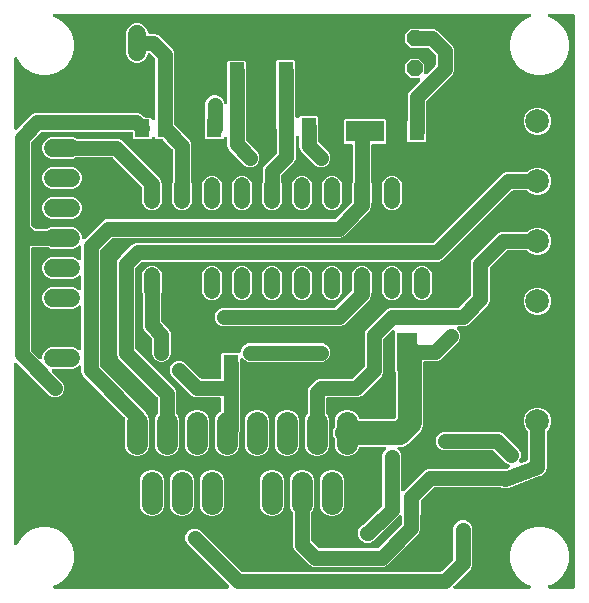
<source format=gbr>
G04 EAGLE Gerber X2 export*
%TF.Part,Single*%
%TF.FileFunction,Copper,L2,Bot,Mixed*%
%TF.FilePolarity,Positive*%
%TF.GenerationSoftware,Autodesk,EAGLE,9.6.1*%
%TF.CreationDate,2020-04-14T06:35:51Z*%
G75*
%MOMM*%
%FSLAX34Y34*%
%LPD*%
%INBottom Copper*%
%AMOC8*
5,1,8,0,0,1.08239X$1,22.5*%
G01*
%ADD10R,1.300000X1.600000*%
%ADD11C,1.320800*%
%ADD12C,1.800000*%
%ADD13C,1.524000*%
%ADD14P,1.429621X8X112.500000*%
%ADD15R,1.300000X1.500000*%
%ADD16R,1.800000X3.200000*%
%ADD17R,3.200000X1.800000*%
%ADD18C,2.000000*%
%ADD19C,1.270000*%
%ADD20C,0.756400*%
%ADD21C,2.000000*%
%ADD22C,0.304800*%

G36*
X191125Y10172D02*
X191125Y10172D01*
X191225Y10174D01*
X191298Y10192D01*
X191371Y10201D01*
X191466Y10234D01*
X191563Y10259D01*
X191630Y10293D01*
X191700Y10318D01*
X191784Y10373D01*
X191873Y10419D01*
X191930Y10467D01*
X191992Y10507D01*
X192062Y10579D01*
X192139Y10644D01*
X192183Y10704D01*
X192235Y10758D01*
X192286Y10844D01*
X192346Y10925D01*
X192375Y10993D01*
X192413Y11057D01*
X192444Y11153D01*
X192484Y11245D01*
X192497Y11318D01*
X192520Y11389D01*
X192528Y11489D01*
X192545Y11588D01*
X192542Y11662D01*
X192548Y11736D01*
X192533Y11836D01*
X192528Y11936D01*
X192507Y12007D01*
X192496Y12081D01*
X192459Y12174D01*
X192431Y12271D01*
X192395Y12336D01*
X192367Y12405D01*
X192310Y12487D01*
X192261Y12575D01*
X192196Y12651D01*
X192168Y12691D01*
X192142Y12715D01*
X192102Y12761D01*
X156324Y48539D01*
X155125Y51434D01*
X155125Y54566D01*
X156324Y57461D01*
X158539Y59676D01*
X161434Y60875D01*
X164566Y60875D01*
X167461Y59676D01*
X202306Y24831D01*
X202405Y24752D01*
X202499Y24668D01*
X202541Y24644D01*
X202579Y24614D01*
X202693Y24560D01*
X202804Y24499D01*
X202850Y24486D01*
X202894Y24465D01*
X203017Y24439D01*
X203139Y24404D01*
X203200Y24399D01*
X203235Y24392D01*
X203283Y24393D01*
X203383Y24385D01*
X371107Y24385D01*
X371233Y24399D01*
X371359Y24406D01*
X371405Y24419D01*
X371453Y24425D01*
X371572Y24467D01*
X371694Y24502D01*
X371736Y24526D01*
X371782Y24542D01*
X371888Y24611D01*
X371998Y24672D01*
X372044Y24712D01*
X372074Y24731D01*
X372108Y24766D01*
X372184Y24831D01*
X381679Y34326D01*
X381758Y34425D01*
X381842Y34519D01*
X381866Y34561D01*
X381896Y34599D01*
X381950Y34713D01*
X382011Y34824D01*
X382024Y34870D01*
X382045Y34914D01*
X382071Y35037D01*
X382106Y35159D01*
X382111Y35220D01*
X382118Y35255D01*
X382117Y35303D01*
X382125Y35403D01*
X382125Y61566D01*
X383324Y64461D01*
X385539Y66676D01*
X388434Y67875D01*
X391566Y67875D01*
X394461Y66676D01*
X396676Y64461D01*
X397875Y61566D01*
X397875Y29944D01*
X396676Y27049D01*
X394246Y24620D01*
X382388Y12761D01*
X382325Y12683D01*
X382255Y12610D01*
X382217Y12546D01*
X382171Y12488D01*
X382128Y12397D01*
X382077Y12311D01*
X382054Y12240D01*
X382022Y12173D01*
X382001Y12075D01*
X381970Y11979D01*
X381964Y11905D01*
X381949Y11832D01*
X381950Y11732D01*
X381942Y11632D01*
X381953Y11558D01*
X381955Y11484D01*
X381979Y11387D01*
X381994Y11287D01*
X382022Y11218D01*
X382040Y11146D01*
X382086Y11056D01*
X382123Y10963D01*
X382165Y10902D01*
X382199Y10836D01*
X382265Y10759D01*
X382322Y10677D01*
X382377Y10627D01*
X382425Y10571D01*
X382506Y10511D01*
X382581Y10444D01*
X382646Y10408D01*
X382705Y10363D01*
X382798Y10324D01*
X382886Y10275D01*
X382957Y10255D01*
X383025Y10225D01*
X383124Y10208D01*
X383221Y10180D01*
X383321Y10172D01*
X383368Y10164D01*
X383404Y10166D01*
X383465Y10161D01*
X446382Y10161D01*
X446530Y10178D01*
X446680Y10190D01*
X446703Y10198D01*
X446728Y10201D01*
X446869Y10251D01*
X447011Y10297D01*
X447033Y10310D01*
X447056Y10318D01*
X447182Y10400D01*
X447310Y10476D01*
X447328Y10494D01*
X447349Y10507D01*
X447453Y10615D01*
X447560Y10719D01*
X447574Y10740D01*
X447591Y10758D01*
X447668Y10887D01*
X447749Y11012D01*
X447757Y11036D01*
X447770Y11057D01*
X447816Y11199D01*
X447866Y11340D01*
X447869Y11365D01*
X447876Y11389D01*
X447888Y11538D01*
X447905Y11687D01*
X447902Y11711D01*
X447904Y11736D01*
X447882Y11884D01*
X447865Y12033D01*
X447856Y12056D01*
X447852Y12081D01*
X447797Y12220D01*
X447746Y12361D01*
X447733Y12382D01*
X447724Y12405D01*
X447638Y12528D01*
X447557Y12653D01*
X447539Y12670D01*
X447525Y12691D01*
X447414Y12791D01*
X447306Y12895D01*
X447284Y12908D01*
X447266Y12924D01*
X447135Y12997D01*
X447006Y13073D01*
X446978Y13083D01*
X446961Y13093D01*
X446915Y13106D01*
X446776Y13155D01*
X445288Y13554D01*
X439551Y16866D01*
X434866Y21551D01*
X431554Y27288D01*
X429839Y33688D01*
X429839Y40312D01*
X431554Y46712D01*
X434866Y52449D01*
X439551Y57134D01*
X445288Y60446D01*
X451688Y62161D01*
X458312Y62161D01*
X464712Y60446D01*
X470449Y57134D01*
X475134Y52449D01*
X478446Y46712D01*
X480161Y40312D01*
X480161Y33688D01*
X478446Y27288D01*
X475134Y21551D01*
X470449Y16866D01*
X464712Y13554D01*
X463224Y13155D01*
X463085Y13100D01*
X462944Y13050D01*
X462923Y13036D01*
X462900Y13027D01*
X462777Y12942D01*
X462651Y12861D01*
X462634Y12843D01*
X462613Y12829D01*
X462513Y12718D01*
X462409Y12610D01*
X462396Y12589D01*
X462379Y12570D01*
X462307Y12439D01*
X462230Y12311D01*
X462223Y12287D01*
X462210Y12266D01*
X462169Y12121D01*
X462124Y11979D01*
X462122Y11954D01*
X462115Y11930D01*
X462108Y11781D01*
X462096Y11632D01*
X462100Y11607D01*
X462098Y11582D01*
X462125Y11436D01*
X462148Y11287D01*
X462157Y11264D01*
X462161Y11240D01*
X462221Y11102D01*
X462276Y10963D01*
X462290Y10943D01*
X462300Y10920D01*
X462390Y10800D01*
X462475Y10677D01*
X462494Y10660D01*
X462509Y10641D01*
X462623Y10544D01*
X462734Y10444D01*
X462756Y10432D01*
X462775Y10416D01*
X462908Y10348D01*
X463039Y10275D01*
X463063Y10268D01*
X463085Y10257D01*
X463230Y10221D01*
X463374Y10180D01*
X463404Y10178D01*
X463423Y10173D01*
X463471Y10173D01*
X463618Y10161D01*
X483416Y10161D01*
X483442Y10164D01*
X483468Y10162D01*
X483615Y10184D01*
X483762Y10201D01*
X483787Y10209D01*
X483813Y10213D01*
X483951Y10268D01*
X484090Y10318D01*
X484112Y10332D01*
X484137Y10342D01*
X484258Y10427D01*
X484383Y10507D01*
X484401Y10526D01*
X484423Y10541D01*
X484522Y10651D01*
X484625Y10758D01*
X484639Y10780D01*
X484656Y10800D01*
X484728Y10930D01*
X484804Y11057D01*
X484812Y11082D01*
X484825Y11105D01*
X484865Y11248D01*
X484910Y11389D01*
X484912Y11415D01*
X484920Y11440D01*
X484939Y11684D01*
X484939Y495316D01*
X484936Y495342D01*
X484938Y495368D01*
X484916Y495515D01*
X484899Y495662D01*
X484891Y495687D01*
X484887Y495713D01*
X484832Y495851D01*
X484782Y495990D01*
X484768Y496012D01*
X484758Y496037D01*
X484673Y496158D01*
X484593Y496283D01*
X484574Y496301D01*
X484559Y496323D01*
X484449Y496422D01*
X484342Y496525D01*
X484320Y496539D01*
X484300Y496556D01*
X484170Y496628D01*
X484043Y496704D01*
X484018Y496712D01*
X483995Y496725D01*
X483852Y496765D01*
X483711Y496810D01*
X483685Y496812D01*
X483660Y496820D01*
X483416Y496839D01*
X463618Y496839D01*
X463470Y496822D01*
X463320Y496810D01*
X463297Y496802D01*
X463272Y496799D01*
X463131Y496749D01*
X462989Y496703D01*
X462967Y496690D01*
X462944Y496682D01*
X462818Y496600D01*
X462690Y496524D01*
X462672Y496506D01*
X462651Y496493D01*
X462547Y496385D01*
X462440Y496281D01*
X462426Y496260D01*
X462409Y496242D01*
X462332Y496113D01*
X462251Y495988D01*
X462243Y495964D01*
X462230Y495943D01*
X462184Y495801D01*
X462134Y495660D01*
X462131Y495635D01*
X462124Y495611D01*
X462112Y495462D01*
X462095Y495313D01*
X462098Y495289D01*
X462096Y495264D01*
X462118Y495116D01*
X462135Y494967D01*
X462144Y494944D01*
X462148Y494919D01*
X462203Y494780D01*
X462254Y494639D01*
X462267Y494618D01*
X462276Y494595D01*
X462362Y494472D01*
X462443Y494347D01*
X462461Y494330D01*
X462475Y494309D01*
X462586Y494209D01*
X462694Y494105D01*
X462716Y494092D01*
X462734Y494076D01*
X462865Y494003D01*
X462994Y493927D01*
X463022Y493917D01*
X463039Y493907D01*
X463085Y493894D01*
X463224Y493845D01*
X464712Y493446D01*
X470449Y490134D01*
X475134Y485449D01*
X478446Y479712D01*
X480161Y473312D01*
X480161Y466688D01*
X478446Y460288D01*
X475134Y454551D01*
X470449Y449866D01*
X464712Y446554D01*
X458312Y444839D01*
X451688Y444839D01*
X445288Y446554D01*
X439551Y449866D01*
X434866Y454551D01*
X431554Y460288D01*
X429839Y466688D01*
X429839Y473312D01*
X431554Y479712D01*
X434866Y485449D01*
X439551Y490134D01*
X445288Y493446D01*
X446776Y493845D01*
X446915Y493900D01*
X447056Y493950D01*
X447077Y493964D01*
X447100Y493973D01*
X447223Y494058D01*
X447349Y494139D01*
X447366Y494157D01*
X447387Y494171D01*
X447487Y494282D01*
X447591Y494390D01*
X447604Y494411D01*
X447621Y494430D01*
X447693Y494561D01*
X447770Y494689D01*
X447777Y494713D01*
X447790Y494734D01*
X447831Y494879D01*
X447876Y495021D01*
X447878Y495046D01*
X447885Y495070D01*
X447892Y495219D01*
X447904Y495368D01*
X447900Y495393D01*
X447902Y495418D01*
X447875Y495564D01*
X447852Y495713D01*
X447843Y495736D01*
X447839Y495760D01*
X447779Y495898D01*
X447724Y496037D01*
X447710Y496057D01*
X447700Y496080D01*
X447610Y496200D01*
X447525Y496323D01*
X447506Y496340D01*
X447491Y496359D01*
X447377Y496456D01*
X447266Y496556D01*
X447244Y496568D01*
X447225Y496584D01*
X447092Y496652D01*
X446961Y496725D01*
X446937Y496732D01*
X446915Y496743D01*
X446770Y496779D01*
X446626Y496820D01*
X446596Y496822D01*
X446577Y496827D01*
X446529Y496827D01*
X446382Y496839D01*
X44618Y496839D01*
X44470Y496822D01*
X44320Y496810D01*
X44297Y496802D01*
X44272Y496799D01*
X44131Y496749D01*
X43989Y496703D01*
X43967Y496690D01*
X43944Y496682D01*
X43818Y496600D01*
X43690Y496524D01*
X43672Y496506D01*
X43651Y496493D01*
X43547Y496385D01*
X43440Y496281D01*
X43426Y496260D01*
X43409Y496242D01*
X43332Y496113D01*
X43251Y495988D01*
X43243Y495964D01*
X43230Y495943D01*
X43184Y495801D01*
X43134Y495660D01*
X43131Y495635D01*
X43124Y495611D01*
X43112Y495462D01*
X43095Y495313D01*
X43098Y495289D01*
X43096Y495264D01*
X43118Y495116D01*
X43135Y494967D01*
X43144Y494944D01*
X43148Y494919D01*
X43203Y494780D01*
X43254Y494639D01*
X43267Y494618D01*
X43276Y494595D01*
X43362Y494472D01*
X43443Y494347D01*
X43461Y494330D01*
X43475Y494309D01*
X43586Y494209D01*
X43694Y494105D01*
X43716Y494092D01*
X43734Y494076D01*
X43865Y494003D01*
X43994Y493927D01*
X44022Y493917D01*
X44039Y493907D01*
X44085Y493894D01*
X44224Y493845D01*
X45712Y493446D01*
X51449Y490134D01*
X56134Y485449D01*
X59446Y479712D01*
X61161Y473312D01*
X61161Y466688D01*
X59446Y460288D01*
X56134Y454551D01*
X51449Y449866D01*
X45712Y446554D01*
X39312Y444839D01*
X32688Y444839D01*
X26288Y446554D01*
X20551Y449866D01*
X15866Y454551D01*
X13003Y459510D01*
X12929Y459611D01*
X12861Y459716D01*
X12825Y459750D01*
X12796Y459790D01*
X12700Y459871D01*
X12610Y459958D01*
X12568Y459983D01*
X12530Y460016D01*
X12418Y460073D01*
X12311Y460137D01*
X12264Y460152D01*
X12220Y460175D01*
X12098Y460205D01*
X11979Y460243D01*
X11930Y460247D01*
X11881Y460259D01*
X11756Y460261D01*
X11632Y460271D01*
X11583Y460264D01*
X11533Y460264D01*
X11411Y460238D01*
X11287Y460219D01*
X11241Y460201D01*
X11192Y460190D01*
X11080Y460137D01*
X10963Y460091D01*
X10923Y460062D01*
X10878Y460041D01*
X10780Y459963D01*
X10677Y459892D01*
X10644Y459855D01*
X10605Y459824D01*
X10527Y459726D01*
X10444Y459633D01*
X10420Y459589D01*
X10389Y459550D01*
X10336Y459437D01*
X10275Y459328D01*
X10262Y459280D01*
X10240Y459235D01*
X10214Y459113D01*
X10180Y458992D01*
X10175Y458930D01*
X10168Y458894D01*
X10169Y458846D01*
X10161Y458749D01*
X10161Y399975D01*
X10172Y399875D01*
X10174Y399775D01*
X10192Y399702D01*
X10201Y399629D01*
X10234Y399534D01*
X10259Y399437D01*
X10293Y399370D01*
X10318Y399300D01*
X10373Y399216D01*
X10419Y399127D01*
X10467Y399070D01*
X10507Y399008D01*
X10579Y398938D01*
X10644Y398861D01*
X10704Y398817D01*
X10758Y398765D01*
X10844Y398714D01*
X10925Y398654D01*
X10993Y398625D01*
X11057Y398587D01*
X11153Y398556D01*
X11245Y398516D01*
X11318Y398503D01*
X11389Y398480D01*
X11489Y398472D01*
X11588Y398455D01*
X11662Y398458D01*
X11736Y398452D01*
X11836Y398467D01*
X11936Y398472D01*
X12007Y398493D01*
X12081Y398504D01*
X12174Y398541D01*
X12271Y398569D01*
X12336Y398605D01*
X12405Y398633D01*
X12487Y398690D01*
X12575Y398739D01*
X12651Y398804D01*
X12691Y398832D01*
X12715Y398858D01*
X12761Y398898D01*
X23110Y409246D01*
X25539Y411676D01*
X28434Y412875D01*
X115146Y412875D01*
X118041Y411676D01*
X120436Y409281D01*
X120535Y409202D01*
X120629Y409118D01*
X120671Y409094D01*
X120709Y409064D01*
X120823Y409010D01*
X120934Y408949D01*
X120980Y408936D01*
X121024Y408915D01*
X121147Y408889D01*
X121269Y408854D01*
X121330Y408849D01*
X121364Y408842D01*
X121412Y408843D01*
X121513Y408835D01*
X125902Y408835D01*
X127193Y407543D01*
X127213Y407527D01*
X127230Y407507D01*
X127350Y407419D01*
X127466Y407327D01*
X127490Y407316D01*
X127511Y407300D01*
X127647Y407241D01*
X127781Y407178D01*
X127807Y407172D01*
X127831Y407162D01*
X127977Y407136D01*
X128122Y407104D01*
X128148Y407105D01*
X128174Y407100D01*
X128322Y407108D01*
X128470Y407110D01*
X128496Y407117D01*
X128522Y407118D01*
X128664Y407159D01*
X128808Y407195D01*
X128831Y407207D01*
X128857Y407215D01*
X128986Y407287D01*
X129118Y407355D01*
X129138Y407372D01*
X129161Y407385D01*
X129347Y407543D01*
X129449Y407645D01*
X129528Y407744D01*
X129612Y407838D01*
X129636Y407881D01*
X129666Y407918D01*
X129720Y408033D01*
X129781Y408143D01*
X129794Y408190D01*
X129815Y408234D01*
X129841Y408357D01*
X129876Y408479D01*
X129881Y408539D01*
X129888Y408574D01*
X129887Y408622D01*
X129895Y408723D01*
X129895Y458337D01*
X129881Y458463D01*
X129874Y458589D01*
X129861Y458635D01*
X129855Y458683D01*
X129813Y458802D01*
X129778Y458924D01*
X129754Y458966D01*
X129738Y459012D01*
X129669Y459118D01*
X129608Y459228D01*
X129568Y459274D01*
X129549Y459304D01*
X129514Y459338D01*
X129449Y459414D01*
X125835Y463028D01*
X125718Y463122D01*
X125603Y463219D01*
X125581Y463230D01*
X125562Y463245D01*
X125427Y463309D01*
X125292Y463378D01*
X125269Y463384D01*
X125247Y463394D01*
X125100Y463425D01*
X124954Y463462D01*
X124930Y463462D01*
X124906Y463467D01*
X124757Y463465D01*
X124606Y463467D01*
X124582Y463462D01*
X124558Y463461D01*
X124412Y463425D01*
X124265Y463393D01*
X124243Y463382D01*
X124220Y463376D01*
X124086Y463307D01*
X123951Y463243D01*
X123932Y463228D01*
X123910Y463217D01*
X123796Y463119D01*
X123678Y463025D01*
X123663Y463006D01*
X123645Y462991D01*
X123555Y462870D01*
X123462Y462752D01*
X123449Y462726D01*
X123438Y462710D01*
X123419Y462667D01*
X123351Y462534D01*
X122053Y459400D01*
X119480Y456828D01*
X116119Y455435D01*
X112481Y455435D01*
X109120Y456828D01*
X106548Y459400D01*
X105155Y462761D01*
X105155Y481639D01*
X106548Y485000D01*
X109120Y487572D01*
X112481Y488965D01*
X116119Y488965D01*
X119480Y487572D01*
X122052Y485000D01*
X123445Y481639D01*
X123445Y481598D01*
X123448Y481572D01*
X123446Y481546D01*
X123468Y481399D01*
X123485Y481252D01*
X123493Y481227D01*
X123497Y481201D01*
X123552Y481063D01*
X123602Y480924D01*
X123616Y480902D01*
X123626Y480877D01*
X123711Y480756D01*
X123791Y480631D01*
X123810Y480613D01*
X123825Y480591D01*
X123935Y480492D01*
X124042Y480389D01*
X124064Y480375D01*
X124084Y480358D01*
X124214Y480286D01*
X124341Y480210D01*
X124366Y480202D01*
X124389Y480189D01*
X124532Y480149D01*
X124673Y480104D01*
X124699Y480102D01*
X124724Y480094D01*
X124968Y480075D01*
X129366Y480075D01*
X132261Y478876D01*
X144446Y466691D01*
X145645Y463796D01*
X145645Y408723D01*
X145659Y408597D01*
X145666Y408471D01*
X145679Y408424D01*
X145685Y408376D01*
X145727Y408257D01*
X145762Y408136D01*
X145786Y408094D01*
X145795Y408069D01*
X145795Y403553D01*
X145809Y403427D01*
X145816Y403301D01*
X145829Y403255D01*
X145835Y403207D01*
X145877Y403088D01*
X145912Y402966D01*
X145936Y402924D01*
X145952Y402878D01*
X146021Y402772D01*
X146082Y402662D01*
X146122Y402616D01*
X146141Y402586D01*
X146176Y402552D01*
X146241Y402476D01*
X156646Y392070D01*
X156647Y392070D01*
X159076Y389641D01*
X160275Y386746D01*
X160275Y354337D01*
X160275Y354335D01*
X160275Y354333D01*
X160295Y354157D01*
X160315Y353991D01*
X160315Y353989D01*
X160316Y353987D01*
X160391Y353754D01*
X160529Y353421D01*
X160529Y336979D01*
X159291Y333991D01*
X157005Y331705D01*
X154017Y330467D01*
X150783Y330467D01*
X147795Y331705D01*
X145509Y333991D01*
X144271Y336979D01*
X144271Y353421D01*
X144409Y353754D01*
X144410Y353756D01*
X144411Y353758D01*
X144457Y353923D01*
X144505Y354089D01*
X144505Y354091D01*
X144506Y354093D01*
X144525Y354337D01*
X144525Y381287D01*
X144511Y381413D01*
X144504Y381539D01*
X144491Y381585D01*
X144485Y381633D01*
X144443Y381752D01*
X144408Y381874D01*
X144384Y381916D01*
X144368Y381962D01*
X144299Y382068D01*
X144238Y382178D01*
X144198Y382224D01*
X144179Y382254D01*
X144144Y382288D01*
X144079Y382364D01*
X136104Y390339D01*
X136005Y390418D01*
X135911Y390502D01*
X135869Y390526D01*
X135831Y390556D01*
X135717Y390610D01*
X135606Y390671D01*
X135560Y390684D01*
X135516Y390705D01*
X135393Y390731D01*
X135271Y390766D01*
X135210Y390771D01*
X135176Y390778D01*
X135128Y390777D01*
X135027Y390785D01*
X130638Y390785D01*
X129347Y392077D01*
X129327Y392093D01*
X129310Y392113D01*
X129213Y392184D01*
X129180Y392214D01*
X129161Y392225D01*
X129074Y392293D01*
X129050Y392304D01*
X129029Y392320D01*
X128893Y392379D01*
X128759Y392442D01*
X128733Y392448D01*
X128709Y392458D01*
X128563Y392484D01*
X128418Y392516D01*
X128392Y392515D01*
X128366Y392520D01*
X128218Y392512D01*
X128070Y392510D01*
X128044Y392503D01*
X128018Y392502D01*
X127876Y392461D01*
X127732Y392425D01*
X127709Y392413D01*
X127683Y392405D01*
X127554Y392333D01*
X127422Y392265D01*
X127402Y392248D01*
X127379Y392235D01*
X127287Y392157D01*
X127277Y392150D01*
X127264Y392138D01*
X127193Y392077D01*
X125902Y390785D01*
X111638Y390785D01*
X110745Y391678D01*
X110745Y395602D01*
X110742Y395628D01*
X110744Y395654D01*
X110722Y395801D01*
X110705Y395948D01*
X110697Y395973D01*
X110693Y395999D01*
X110638Y396137D01*
X110588Y396276D01*
X110574Y396298D01*
X110564Y396323D01*
X110479Y396444D01*
X110399Y396569D01*
X110380Y396587D01*
X110365Y396609D01*
X110255Y396708D01*
X110148Y396811D01*
X110126Y396825D01*
X110106Y396842D01*
X109976Y396914D01*
X109849Y396990D01*
X109824Y396998D01*
X109801Y397011D01*
X109658Y397051D01*
X109517Y397096D01*
X109491Y397098D01*
X109466Y397106D01*
X109222Y397125D01*
X33893Y397125D01*
X33767Y397111D01*
X33641Y397104D01*
X33595Y397091D01*
X33547Y397085D01*
X33428Y397043D01*
X33306Y397008D01*
X33264Y396984D01*
X33218Y396968D01*
X33112Y396899D01*
X33002Y396838D01*
X32956Y396798D01*
X32926Y396779D01*
X32892Y396744D01*
X32816Y396679D01*
X24831Y388694D01*
X24752Y388595D01*
X24668Y388501D01*
X24644Y388459D01*
X24614Y388421D01*
X24560Y388307D01*
X24499Y388196D01*
X24486Y388150D01*
X24465Y388106D01*
X24439Y387983D01*
X24404Y387861D01*
X24399Y387800D01*
X24392Y387766D01*
X24393Y387718D01*
X24385Y387617D01*
X24385Y318893D01*
X24399Y318767D01*
X24406Y318641D01*
X24419Y318595D01*
X24425Y318547D01*
X24467Y318428D01*
X24502Y318306D01*
X24526Y318264D01*
X24542Y318218D01*
X24611Y318112D01*
X24672Y318002D01*
X24712Y317956D01*
X24731Y317926D01*
X24766Y317892D01*
X24831Y317816D01*
X27226Y315421D01*
X27325Y315342D01*
X27419Y315258D01*
X27461Y315234D01*
X27499Y315204D01*
X27613Y315150D01*
X27724Y315089D01*
X27770Y315076D01*
X27814Y315055D01*
X27937Y315029D01*
X28059Y314994D01*
X28120Y314989D01*
X28155Y314982D01*
X28203Y314983D01*
X28303Y314975D01*
X37992Y314975D01*
X37994Y314975D01*
X37996Y314975D01*
X38167Y314995D01*
X38338Y315015D01*
X38340Y315015D01*
X38342Y315016D01*
X38575Y315091D01*
X41361Y316245D01*
X60239Y316245D01*
X63600Y314852D01*
X66172Y312280D01*
X67565Y308919D01*
X67565Y307379D01*
X67576Y307279D01*
X67578Y307179D01*
X67596Y307106D01*
X67605Y307033D01*
X67638Y306938D01*
X67663Y306841D01*
X67697Y306774D01*
X67722Y306704D01*
X67777Y306620D01*
X67823Y306531D01*
X67871Y306474D01*
X67911Y306412D01*
X67983Y306342D01*
X68048Y306265D01*
X68108Y306221D01*
X68162Y306169D01*
X68248Y306118D01*
X68329Y306058D01*
X68397Y306029D01*
X68461Y305991D01*
X68557Y305960D01*
X68649Y305920D01*
X68722Y305907D01*
X68793Y305884D01*
X68893Y305876D01*
X68992Y305859D01*
X69066Y305862D01*
X69140Y305856D01*
X69240Y305871D01*
X69340Y305876D01*
X69411Y305897D01*
X69485Y305908D01*
X69578Y305945D01*
X69675Y305973D01*
X69740Y306009D01*
X69809Y306037D01*
X69891Y306094D01*
X69979Y306143D01*
X70055Y306208D01*
X70095Y306236D01*
X70119Y306262D01*
X70165Y306302D01*
X83110Y319246D01*
X85539Y321676D01*
X88434Y322875D01*
X281107Y322875D01*
X281233Y322889D01*
X281359Y322896D01*
X281405Y322909D01*
X281453Y322915D01*
X281572Y322957D01*
X281694Y322992D01*
X281736Y323016D01*
X281782Y323032D01*
X281888Y323101D01*
X281998Y323162D01*
X282044Y323202D01*
X282074Y323221D01*
X282108Y323256D01*
X282184Y323321D01*
X296225Y337362D01*
X296304Y337461D01*
X296388Y337555D01*
X296412Y337597D01*
X296442Y337635D01*
X296496Y337749D01*
X296557Y337860D01*
X296570Y337906D01*
X296591Y337950D01*
X296617Y338073D01*
X296652Y338195D01*
X296657Y338256D01*
X296664Y338291D01*
X296663Y338339D01*
X296671Y338439D01*
X296671Y353421D01*
X296809Y353754D01*
X296810Y353756D01*
X296811Y353758D01*
X296858Y353925D01*
X296905Y354089D01*
X296905Y354091D01*
X296906Y354093D01*
X296925Y354337D01*
X296925Y385162D01*
X296922Y385188D01*
X296924Y385214D01*
X296902Y385361D01*
X296885Y385508D01*
X296877Y385533D01*
X296873Y385559D01*
X296818Y385697D01*
X296768Y385836D01*
X296754Y385858D01*
X296744Y385883D01*
X296659Y386004D01*
X296579Y386129D01*
X296560Y386147D01*
X296545Y386169D01*
X296435Y386268D01*
X296328Y386371D01*
X296306Y386385D01*
X296286Y386402D01*
X296156Y386474D01*
X296029Y386550D01*
X296004Y386558D01*
X295981Y386571D01*
X295838Y386611D01*
X295697Y386656D01*
X295671Y386658D01*
X295646Y386666D01*
X295402Y386685D01*
X290708Y386685D01*
X289815Y387578D01*
X289815Y406842D01*
X290708Y407735D01*
X323972Y407735D01*
X324865Y406842D01*
X324865Y387578D01*
X323972Y386685D01*
X314198Y386685D01*
X314172Y386682D01*
X314146Y386684D01*
X313999Y386662D01*
X313852Y386645D01*
X313827Y386637D01*
X313801Y386633D01*
X313663Y386578D01*
X313524Y386528D01*
X313502Y386514D01*
X313477Y386504D01*
X313356Y386419D01*
X313231Y386339D01*
X313213Y386320D01*
X313191Y386305D01*
X313092Y386195D01*
X312989Y386088D01*
X312975Y386066D01*
X312958Y386046D01*
X312886Y385916D01*
X312810Y385789D01*
X312802Y385764D01*
X312789Y385741D01*
X312749Y385598D01*
X312704Y385457D01*
X312702Y385431D01*
X312694Y385406D01*
X312675Y385162D01*
X312675Y354337D01*
X312675Y354335D01*
X312675Y354333D01*
X312695Y354162D01*
X312715Y353991D01*
X312715Y353989D01*
X312716Y353987D01*
X312791Y353754D01*
X312929Y353421D01*
X312929Y336979D01*
X312791Y336646D01*
X312790Y336644D01*
X312789Y336642D01*
X312742Y336475D01*
X312695Y336311D01*
X312695Y336309D01*
X312694Y336307D01*
X312675Y336063D01*
X312675Y333234D01*
X311476Y330339D01*
X289461Y308324D01*
X286566Y307125D01*
X93893Y307125D01*
X93767Y307111D01*
X93641Y307104D01*
X93595Y307091D01*
X93547Y307085D01*
X93428Y307043D01*
X93306Y307008D01*
X93264Y306984D01*
X93218Y306968D01*
X93112Y306899D01*
X93002Y306838D01*
X92956Y306798D01*
X92926Y306779D01*
X92892Y306744D01*
X92816Y306679D01*
X83321Y297184D01*
X83242Y297085D01*
X83158Y296991D01*
X83134Y296949D01*
X83104Y296911D01*
X83050Y296797D01*
X82989Y296686D01*
X82976Y296640D01*
X82955Y296596D01*
X82929Y296473D01*
X82894Y296351D01*
X82889Y296290D01*
X82882Y296255D01*
X82883Y296207D01*
X82875Y296107D01*
X82875Y198893D01*
X82889Y198767D01*
X82896Y198641D01*
X82909Y198595D01*
X82915Y198547D01*
X82957Y198428D01*
X82992Y198306D01*
X83016Y198264D01*
X83032Y198218D01*
X83101Y198112D01*
X83162Y198002D01*
X83202Y197956D01*
X83221Y197926D01*
X83256Y197892D01*
X83321Y197816D01*
X120976Y160161D01*
X121533Y158815D01*
X121534Y158813D01*
X121535Y158811D01*
X121569Y158750D01*
X121582Y158718D01*
X121608Y158681D01*
X121620Y158658D01*
X121703Y158510D01*
X121704Y158509D01*
X121705Y158507D01*
X121864Y158321D01*
X123222Y156962D01*
X124825Y153093D01*
X124825Y130907D01*
X123222Y127038D01*
X120262Y124078D01*
X116393Y122475D01*
X112207Y122475D01*
X108338Y124078D01*
X105378Y127038D01*
X103775Y130907D01*
X103775Y153094D01*
X103970Y153564D01*
X103991Y153637D01*
X104021Y153707D01*
X104039Y153804D01*
X104066Y153899D01*
X104069Y153975D01*
X104083Y154050D01*
X104078Y154149D01*
X104083Y154247D01*
X104069Y154322D01*
X104065Y154398D01*
X104038Y154493D01*
X104020Y154590D01*
X103990Y154660D01*
X103968Y154733D01*
X103920Y154819D01*
X103881Y154909D01*
X103836Y154971D01*
X103798Y155037D01*
X103702Y155151D01*
X103673Y155189D01*
X103659Y155201D01*
X103640Y155224D01*
X68324Y190539D01*
X67125Y193434D01*
X67125Y197595D01*
X67114Y197695D01*
X67112Y197795D01*
X67094Y197868D01*
X67085Y197941D01*
X67051Y198036D01*
X67027Y198133D01*
X66993Y198199D01*
X66968Y198270D01*
X66913Y198354D01*
X66867Y198443D01*
X66819Y198500D01*
X66779Y198562D01*
X66707Y198632D01*
X66642Y198709D01*
X66582Y198753D01*
X66528Y198805D01*
X66442Y198856D01*
X66361Y198916D01*
X66293Y198945D01*
X66229Y198983D01*
X66133Y199014D01*
X66041Y199054D01*
X65968Y199067D01*
X65897Y199090D01*
X65797Y199098D01*
X65698Y199115D01*
X65624Y199112D01*
X65550Y199118D01*
X65450Y199103D01*
X65350Y199098D01*
X65279Y199077D01*
X65205Y199066D01*
X65112Y199029D01*
X65015Y199001D01*
X64950Y198965D01*
X64881Y198937D01*
X64799Y198880D01*
X64711Y198831D01*
X64635Y198766D01*
X64595Y198738D01*
X64571Y198712D01*
X64525Y198672D01*
X63600Y197747D01*
X60239Y196355D01*
X43459Y196355D01*
X43359Y196344D01*
X43259Y196342D01*
X43186Y196324D01*
X43113Y196315D01*
X43018Y196282D01*
X42921Y196257D01*
X42854Y196223D01*
X42784Y196198D01*
X42700Y196143D01*
X42611Y196097D01*
X42554Y196049D01*
X42492Y196009D01*
X42422Y195937D01*
X42345Y195872D01*
X42301Y195812D01*
X42249Y195758D01*
X42198Y195672D01*
X42138Y195591D01*
X42109Y195523D01*
X42071Y195459D01*
X42040Y195363D01*
X42000Y195271D01*
X41987Y195198D01*
X41964Y195127D01*
X41956Y195027D01*
X41939Y194928D01*
X41942Y194854D01*
X41936Y194780D01*
X41951Y194680D01*
X41956Y194580D01*
X41977Y194509D01*
X41988Y194435D01*
X42025Y194342D01*
X42053Y194245D01*
X42089Y194180D01*
X42117Y194111D01*
X42174Y194029D01*
X42223Y193941D01*
X42288Y193865D01*
X42316Y193825D01*
X42342Y193801D01*
X42382Y193755D01*
X51676Y184461D01*
X52875Y181566D01*
X52875Y178434D01*
X51676Y175539D01*
X49461Y173324D01*
X46566Y172125D01*
X43434Y172125D01*
X40539Y173324D01*
X12761Y201102D01*
X12683Y201165D01*
X12610Y201235D01*
X12546Y201273D01*
X12488Y201319D01*
X12397Y201362D01*
X12311Y201413D01*
X12240Y201436D01*
X12173Y201468D01*
X12075Y201489D01*
X11979Y201520D01*
X11905Y201526D01*
X11832Y201541D01*
X11732Y201540D01*
X11632Y201548D01*
X11558Y201537D01*
X11484Y201535D01*
X11387Y201511D01*
X11287Y201496D01*
X11218Y201468D01*
X11146Y201450D01*
X11056Y201404D01*
X10963Y201367D01*
X10902Y201325D01*
X10836Y201291D01*
X10759Y201225D01*
X10677Y201168D01*
X10627Y201113D01*
X10571Y201065D01*
X10511Y200984D01*
X10444Y200909D01*
X10408Y200844D01*
X10363Y200785D01*
X10324Y200692D01*
X10275Y200604D01*
X10255Y200533D01*
X10225Y200465D01*
X10208Y200366D01*
X10180Y200269D01*
X10172Y200169D01*
X10164Y200122D01*
X10166Y200086D01*
X10161Y200025D01*
X10161Y48251D01*
X10175Y48127D01*
X10181Y48002D01*
X10195Y47954D01*
X10201Y47905D01*
X10243Y47788D01*
X10277Y47667D01*
X10301Y47624D01*
X10318Y47577D01*
X10386Y47472D01*
X10447Y47363D01*
X10480Y47326D01*
X10507Y47284D01*
X10597Y47197D01*
X10681Y47105D01*
X10722Y47077D01*
X10758Y47042D01*
X10865Y46978D01*
X10968Y46907D01*
X11014Y46889D01*
X11057Y46863D01*
X11176Y46825D01*
X11292Y46779D01*
X11342Y46772D01*
X11389Y46757D01*
X11513Y46747D01*
X11637Y46729D01*
X11687Y46733D01*
X11736Y46729D01*
X11860Y46748D01*
X11984Y46758D01*
X12032Y46773D01*
X12081Y46781D01*
X12197Y46827D01*
X12316Y46865D01*
X12359Y46891D01*
X12405Y46909D01*
X12507Y46981D01*
X12615Y47045D01*
X12650Y47080D01*
X12691Y47108D01*
X12774Y47201D01*
X12864Y47288D01*
X12900Y47340D01*
X12924Y47367D01*
X12947Y47409D01*
X13003Y47490D01*
X15866Y52449D01*
X20551Y57134D01*
X26288Y60446D01*
X32688Y62161D01*
X39312Y62161D01*
X45712Y60446D01*
X51449Y57134D01*
X56134Y52449D01*
X59446Y46712D01*
X61161Y40312D01*
X61161Y33688D01*
X59446Y27288D01*
X56134Y21551D01*
X51449Y16866D01*
X45712Y13554D01*
X44224Y13155D01*
X44085Y13100D01*
X43944Y13050D01*
X43923Y13036D01*
X43900Y13027D01*
X43777Y12942D01*
X43651Y12861D01*
X43634Y12843D01*
X43613Y12829D01*
X43513Y12718D01*
X43409Y12610D01*
X43396Y12589D01*
X43379Y12570D01*
X43307Y12439D01*
X43230Y12311D01*
X43223Y12287D01*
X43210Y12266D01*
X43169Y12121D01*
X43124Y11979D01*
X43122Y11954D01*
X43115Y11930D01*
X43108Y11781D01*
X43096Y11632D01*
X43100Y11607D01*
X43098Y11582D01*
X43125Y11436D01*
X43148Y11287D01*
X43157Y11264D01*
X43161Y11240D01*
X43221Y11102D01*
X43276Y10963D01*
X43290Y10943D01*
X43300Y10920D01*
X43390Y10800D01*
X43475Y10677D01*
X43494Y10660D01*
X43509Y10641D01*
X43623Y10544D01*
X43734Y10444D01*
X43756Y10432D01*
X43775Y10416D01*
X43908Y10348D01*
X44039Y10275D01*
X44063Y10268D01*
X44085Y10257D01*
X44230Y10221D01*
X44374Y10180D01*
X44404Y10178D01*
X44423Y10173D01*
X44471Y10173D01*
X44618Y10161D01*
X191025Y10161D01*
X191125Y10172D01*
G37*
%LPC*%
G36*
X263434Y28635D02*
X263434Y28635D01*
X260539Y29834D01*
X247324Y43049D01*
X246125Y45944D01*
X246125Y74560D01*
X246111Y74685D01*
X246104Y74811D01*
X246091Y74858D01*
X246085Y74906D01*
X246043Y75025D01*
X246008Y75146D01*
X245984Y75188D01*
X245968Y75234D01*
X245899Y75340D01*
X245838Y75450D01*
X245798Y75497D01*
X245779Y75527D01*
X245744Y75560D01*
X245679Y75637D01*
X245078Y76238D01*
X243475Y80107D01*
X243475Y102293D01*
X245078Y106162D01*
X248038Y109122D01*
X251907Y110725D01*
X256093Y110725D01*
X259962Y109122D01*
X262922Y106162D01*
X264525Y102293D01*
X264525Y80107D01*
X262922Y76238D01*
X262321Y75637D01*
X262242Y75537D01*
X262158Y75444D01*
X262134Y75402D01*
X262104Y75364D01*
X262050Y75249D01*
X261989Y75139D01*
X261976Y75092D01*
X261955Y75049D01*
X261929Y74925D01*
X261894Y74803D01*
X261889Y74743D01*
X261882Y74708D01*
X261883Y74660D01*
X261875Y74560D01*
X261875Y51403D01*
X261889Y51277D01*
X261896Y51151D01*
X261909Y51105D01*
X261915Y51057D01*
X261957Y50938D01*
X261992Y50816D01*
X262016Y50774D01*
X262032Y50728D01*
X262101Y50622D01*
X262162Y50512D01*
X262202Y50466D01*
X262221Y50436D01*
X262256Y50402D01*
X262321Y50326D01*
X267816Y44831D01*
X267915Y44752D01*
X268009Y44668D01*
X268051Y44644D01*
X268089Y44614D01*
X268203Y44560D01*
X268314Y44499D01*
X268360Y44486D01*
X268404Y44465D01*
X268527Y44439D01*
X268649Y44404D01*
X268710Y44399D01*
X268745Y44392D01*
X268793Y44393D01*
X268893Y44385D01*
X317617Y44385D01*
X317743Y44399D01*
X317869Y44406D01*
X317915Y44419D01*
X317963Y44425D01*
X318082Y44467D01*
X318204Y44502D01*
X318246Y44526D01*
X318292Y44542D01*
X318398Y44611D01*
X318508Y44672D01*
X318554Y44712D01*
X318584Y44731D01*
X318618Y44766D01*
X318694Y44831D01*
X338079Y64216D01*
X338158Y64315D01*
X338242Y64409D01*
X338266Y64451D01*
X338296Y64489D01*
X338350Y64603D01*
X338411Y64714D01*
X338424Y64760D01*
X338445Y64804D01*
X338471Y64927D01*
X338506Y65049D01*
X338511Y65110D01*
X338518Y65145D01*
X338517Y65193D01*
X338525Y65293D01*
X338525Y70711D01*
X338514Y70811D01*
X338512Y70911D01*
X338494Y70984D01*
X338485Y71057D01*
X338452Y71152D01*
X338427Y71249D01*
X338393Y71316D01*
X338368Y71386D01*
X338313Y71470D01*
X338267Y71559D01*
X338219Y71616D01*
X338179Y71678D01*
X338107Y71748D01*
X338042Y71825D01*
X337982Y71869D01*
X337928Y71921D01*
X337842Y71972D01*
X337761Y72032D01*
X337693Y72061D01*
X337629Y72099D01*
X337533Y72130D01*
X337441Y72170D01*
X337368Y72183D01*
X337297Y72206D01*
X337197Y72214D01*
X337098Y72231D01*
X337024Y72228D01*
X336950Y72234D01*
X336850Y72219D01*
X336750Y72214D01*
X336679Y72193D01*
X336605Y72182D01*
X336512Y72145D01*
X336415Y72117D01*
X336350Y72081D01*
X336281Y72053D01*
X336199Y71996D01*
X336111Y71947D01*
X336035Y71882D01*
X335995Y71854D01*
X335971Y71828D01*
X335925Y71788D01*
X314461Y50324D01*
X311566Y49125D01*
X307434Y49125D01*
X304539Y50324D01*
X302324Y52539D01*
X301125Y55434D01*
X301125Y58566D01*
X302324Y61461D01*
X304539Y63676D01*
X305966Y64267D01*
X305968Y64268D01*
X305970Y64269D01*
X306121Y64353D01*
X306271Y64436D01*
X306273Y64438D01*
X306274Y64439D01*
X306461Y64597D01*
X321679Y79816D01*
X321758Y79915D01*
X321842Y80009D01*
X321866Y80051D01*
X321896Y80089D01*
X321950Y80203D01*
X322011Y80314D01*
X322024Y80360D01*
X322045Y80404D01*
X322071Y80527D01*
X322106Y80649D01*
X322111Y80710D01*
X322118Y80745D01*
X322117Y80793D01*
X322125Y80893D01*
X322125Y123566D01*
X323324Y126461D01*
X324738Y127875D01*
X324801Y127954D01*
X324871Y128026D01*
X324909Y128090D01*
X324955Y128148D01*
X324998Y128239D01*
X325049Y128325D01*
X325072Y128396D01*
X325104Y128463D01*
X325125Y128561D01*
X325156Y128657D01*
X325162Y128731D01*
X325177Y128804D01*
X325176Y128904D01*
X325184Y129004D01*
X325173Y129078D01*
X325171Y129152D01*
X325147Y129249D01*
X325132Y129349D01*
X325104Y129418D01*
X325086Y129490D01*
X325040Y129579D01*
X325003Y129673D01*
X324961Y129734D01*
X324927Y129800D01*
X324862Y129876D01*
X324804Y129959D01*
X324749Y130009D01*
X324701Y130065D01*
X324620Y130125D01*
X324545Y130192D01*
X324480Y130228D01*
X324421Y130273D01*
X324328Y130312D01*
X324240Y130361D01*
X324169Y130381D01*
X324101Y130411D01*
X324002Y130428D01*
X323905Y130456D01*
X323805Y130464D01*
X323758Y130472D01*
X323722Y130470D01*
X323661Y130475D01*
X303464Y130475D01*
X303388Y130467D01*
X303312Y130468D01*
X303215Y130447D01*
X303118Y130435D01*
X303046Y130410D01*
X302971Y130393D01*
X302882Y130351D01*
X302790Y130318D01*
X302725Y130276D01*
X302656Y130244D01*
X302579Y130182D01*
X302497Y130129D01*
X302444Y130074D01*
X302384Y130026D01*
X302323Y129949D01*
X302255Y129878D01*
X302215Y129813D01*
X302168Y129753D01*
X302100Y129619D01*
X302076Y129579D01*
X302070Y129561D01*
X302057Y129535D01*
X301022Y127038D01*
X298062Y124078D01*
X294193Y122475D01*
X290007Y122475D01*
X286138Y124078D01*
X283178Y127038D01*
X281575Y130907D01*
X281575Y136990D01*
X281575Y136992D01*
X281575Y136994D01*
X281555Y137170D01*
X281535Y137337D01*
X281535Y137338D01*
X281534Y137341D01*
X281459Y137573D01*
X280575Y139708D01*
X280575Y144292D01*
X281459Y146427D01*
X281460Y146429D01*
X281461Y146430D01*
X281507Y146595D01*
X281555Y146762D01*
X281555Y146764D01*
X281556Y146766D01*
X281575Y147010D01*
X281575Y153093D01*
X283178Y156962D01*
X286138Y159922D01*
X290007Y161525D01*
X294193Y161525D01*
X298062Y159922D01*
X301022Y156962D01*
X302057Y154465D01*
X302094Y154398D01*
X302122Y154327D01*
X302178Y154246D01*
X302226Y154160D01*
X302277Y154104D01*
X302321Y154041D01*
X302394Y153975D01*
X302460Y153902D01*
X302523Y153859D01*
X302580Y153808D01*
X302666Y153760D01*
X302747Y153704D01*
X302818Y153676D01*
X302885Y153639D01*
X302980Y153612D01*
X303071Y153576D01*
X303147Y153565D01*
X303220Y153544D01*
X303369Y153532D01*
X303416Y153525D01*
X303435Y153527D01*
X303464Y153525D01*
X331595Y153525D01*
X331721Y153539D01*
X331847Y153546D01*
X331894Y153559D01*
X331942Y153565D01*
X332061Y153607D01*
X332182Y153642D01*
X332224Y153666D01*
X332270Y153682D01*
X332376Y153751D01*
X332486Y153812D01*
X332532Y153852D01*
X332562Y153871D01*
X332596Y153906D01*
X332672Y153971D01*
X333029Y154328D01*
X333108Y154427D01*
X333192Y154520D01*
X333216Y154563D01*
X333246Y154601D01*
X333300Y154715D01*
X333361Y154825D01*
X333374Y154872D01*
X333395Y154916D01*
X333421Y155039D01*
X333456Y155161D01*
X333461Y155222D01*
X333468Y155256D01*
X333467Y155304D01*
X333475Y155405D01*
X333475Y192278D01*
X333461Y192403D01*
X333454Y192529D01*
X333441Y192576D01*
X333435Y192624D01*
X333393Y192743D01*
X333358Y192864D01*
X333334Y192906D01*
X333318Y192952D01*
X333249Y193058D01*
X333188Y193168D01*
X333148Y193215D01*
X333129Y193245D01*
X333094Y193278D01*
X333029Y193355D01*
X332435Y193948D01*
X332435Y227621D01*
X332424Y227721D01*
X332422Y227821D01*
X332404Y227894D01*
X332395Y227967D01*
X332362Y228062D01*
X332337Y228159D01*
X332303Y228226D01*
X332278Y228296D01*
X332223Y228380D01*
X332177Y228469D01*
X332129Y228526D01*
X332089Y228588D01*
X332017Y228658D01*
X331952Y228735D01*
X331892Y228779D01*
X331838Y228831D01*
X331752Y228882D01*
X331671Y228942D01*
X331603Y228971D01*
X331539Y229009D01*
X331443Y229040D01*
X331351Y229080D01*
X331278Y229093D01*
X331207Y229116D01*
X331107Y229124D01*
X331008Y229141D01*
X330934Y229138D01*
X330860Y229144D01*
X330760Y229129D01*
X330660Y229124D01*
X330589Y229103D01*
X330515Y229092D01*
X330422Y229055D01*
X330325Y229027D01*
X330260Y228991D01*
X330191Y228963D01*
X330109Y228906D01*
X330021Y228857D01*
X329945Y228792D01*
X329905Y228764D01*
X329881Y228738D01*
X329835Y228698D01*
X323321Y222184D01*
X323242Y222085D01*
X323158Y221991D01*
X323134Y221949D01*
X323104Y221911D01*
X323050Y221797D01*
X322989Y221686D01*
X322976Y221640D01*
X322955Y221596D01*
X322929Y221473D01*
X322894Y221351D01*
X322889Y221290D01*
X322882Y221255D01*
X322883Y221207D01*
X322875Y221107D01*
X322875Y193434D01*
X321676Y190539D01*
X304461Y173324D01*
X301566Y172125D01*
X276098Y172125D01*
X276072Y172122D01*
X276046Y172124D01*
X275899Y172102D01*
X275752Y172085D01*
X275727Y172077D01*
X275701Y172073D01*
X275563Y172018D01*
X275424Y171968D01*
X275402Y171954D01*
X275377Y171944D01*
X275256Y171859D01*
X275131Y171779D01*
X275113Y171760D01*
X275091Y171745D01*
X274992Y171635D01*
X274889Y171528D01*
X274875Y171506D01*
X274858Y171486D01*
X274786Y171356D01*
X274710Y171229D01*
X274702Y171204D01*
X274689Y171181D01*
X274649Y171038D01*
X274604Y170897D01*
X274602Y170871D01*
X274594Y170846D01*
X274575Y170602D01*
X274575Y158640D01*
X274589Y158515D01*
X274596Y158389D01*
X274609Y158342D01*
X274615Y158294D01*
X274657Y158175D01*
X274692Y158054D01*
X274716Y158012D01*
X274732Y157966D01*
X274801Y157860D01*
X274862Y157750D01*
X274902Y157703D01*
X274921Y157673D01*
X274956Y157640D01*
X275021Y157563D01*
X275622Y156962D01*
X277225Y153093D01*
X277225Y130907D01*
X275622Y127038D01*
X272662Y124078D01*
X268793Y122475D01*
X264607Y122475D01*
X260738Y124078D01*
X257778Y127038D01*
X256175Y130907D01*
X256175Y153093D01*
X257778Y156962D01*
X258379Y157563D01*
X258458Y157663D01*
X258542Y157756D01*
X258566Y157798D01*
X258596Y157836D01*
X258650Y157951D01*
X258711Y158061D01*
X258724Y158108D01*
X258745Y158151D01*
X258771Y158275D01*
X258806Y158397D01*
X258811Y158457D01*
X258818Y158492D01*
X258817Y158540D01*
X258825Y158640D01*
X258825Y178266D01*
X260024Y181161D01*
X265539Y186676D01*
X268434Y187875D01*
X296107Y187875D01*
X296233Y187889D01*
X296359Y187896D01*
X296405Y187909D01*
X296453Y187915D01*
X296572Y187957D01*
X296694Y187992D01*
X296736Y188016D01*
X296782Y188032D01*
X296888Y188101D01*
X296998Y188162D01*
X297044Y188202D01*
X297074Y188221D01*
X297108Y188256D01*
X297184Y188321D01*
X306679Y197816D01*
X306758Y197915D01*
X306842Y198009D01*
X306866Y198051D01*
X306896Y198089D01*
X306950Y198203D01*
X307011Y198314D01*
X307024Y198360D01*
X307045Y198404D01*
X307071Y198527D01*
X307106Y198649D01*
X307111Y198710D01*
X307118Y198745D01*
X307117Y198793D01*
X307125Y198893D01*
X307125Y226566D01*
X308324Y229461D01*
X325539Y246676D01*
X328434Y247875D01*
X386107Y247875D01*
X386233Y247889D01*
X386359Y247896D01*
X386405Y247909D01*
X386453Y247915D01*
X386572Y247957D01*
X386694Y247992D01*
X386736Y248016D01*
X386782Y248032D01*
X386888Y248101D01*
X386998Y248162D01*
X387044Y248202D01*
X387074Y248221D01*
X387108Y248256D01*
X387184Y248321D01*
X396679Y257816D01*
X396758Y257915D01*
X396842Y258009D01*
X396866Y258051D01*
X396896Y258089D01*
X396950Y258203D01*
X397011Y258314D01*
X397024Y258360D01*
X397045Y258404D01*
X397071Y258527D01*
X397106Y258649D01*
X397111Y258710D01*
X397118Y258745D01*
X397117Y258793D01*
X397125Y258893D01*
X397125Y286566D01*
X398324Y289461D01*
X419888Y311025D01*
X422783Y312224D01*
X444085Y312224D01*
X444211Y312238D01*
X444337Y312245D01*
X444384Y312258D01*
X444432Y312264D01*
X444551Y312306D01*
X444672Y312341D01*
X444714Y312365D01*
X444760Y312381D01*
X444866Y312450D01*
X444976Y312511D01*
X445022Y312551D01*
X445052Y312570D01*
X445086Y312605D01*
X445162Y312670D01*
X446612Y314119D01*
X450848Y315874D01*
X455432Y315874D01*
X459668Y314119D01*
X462910Y310877D01*
X464665Y306641D01*
X464665Y302057D01*
X462910Y297821D01*
X459668Y294579D01*
X455432Y292824D01*
X450848Y292824D01*
X446612Y294579D01*
X445162Y296028D01*
X445063Y296107D01*
X444970Y296191D01*
X444927Y296215D01*
X444889Y296245D01*
X444775Y296299D01*
X444665Y296360D01*
X444618Y296373D01*
X444574Y296394D01*
X444451Y296420D01*
X444329Y296455D01*
X444268Y296460D01*
X444234Y296467D01*
X444186Y296466D01*
X444085Y296474D01*
X428242Y296474D01*
X428116Y296460D01*
X427990Y296453D01*
X427944Y296440D01*
X427896Y296434D01*
X427777Y296392D01*
X427655Y296357D01*
X427613Y296333D01*
X427567Y296317D01*
X427461Y296248D01*
X427351Y296187D01*
X427305Y296147D01*
X427275Y296128D01*
X427241Y296093D01*
X427165Y296028D01*
X413321Y282184D01*
X413242Y282085D01*
X413158Y281991D01*
X413134Y281949D01*
X413104Y281911D01*
X413050Y281797D01*
X412989Y281686D01*
X412976Y281640D01*
X412955Y281596D01*
X412929Y281473D01*
X412894Y281351D01*
X412889Y281290D01*
X412882Y281255D01*
X412883Y281207D01*
X412875Y281107D01*
X412875Y253434D01*
X411676Y250539D01*
X394461Y233324D01*
X391566Y232125D01*
X386689Y232125D01*
X386589Y232114D01*
X386489Y232112D01*
X386416Y232094D01*
X386343Y232085D01*
X386248Y232052D01*
X386151Y232027D01*
X386084Y231993D01*
X386014Y231968D01*
X385930Y231913D01*
X385841Y231867D01*
X385784Y231819D01*
X385722Y231779D01*
X385652Y231707D01*
X385575Y231642D01*
X385531Y231582D01*
X385479Y231528D01*
X385428Y231442D01*
X385368Y231361D01*
X385339Y231293D01*
X385301Y231229D01*
X385270Y231133D01*
X385230Y231041D01*
X385217Y230968D01*
X385194Y230897D01*
X385186Y230797D01*
X385169Y230698D01*
X385172Y230624D01*
X385166Y230550D01*
X385181Y230450D01*
X385186Y230350D01*
X385207Y230279D01*
X385218Y230205D01*
X385255Y230112D01*
X385283Y230015D01*
X385319Y229950D01*
X385347Y229881D01*
X385404Y229799D01*
X385453Y229711D01*
X385518Y229635D01*
X385546Y229595D01*
X385572Y229571D01*
X385612Y229525D01*
X386676Y228461D01*
X387875Y225566D01*
X387875Y222434D01*
X386676Y219539D01*
X371041Y203904D01*
X368146Y202705D01*
X358048Y202705D01*
X358022Y202702D01*
X357996Y202704D01*
X357849Y202682D01*
X357702Y202665D01*
X357677Y202657D01*
X357651Y202653D01*
X357513Y202598D01*
X357374Y202548D01*
X357352Y202534D01*
X357327Y202524D01*
X357206Y202439D01*
X357081Y202359D01*
X357063Y202340D01*
X357041Y202325D01*
X356942Y202215D01*
X356839Y202108D01*
X356825Y202086D01*
X356808Y202066D01*
X356736Y201936D01*
X356660Y201809D01*
X356652Y201784D01*
X356639Y201761D01*
X356599Y201618D01*
X356554Y201477D01*
X356552Y201451D01*
X356544Y201426D01*
X356525Y201182D01*
X356525Y147708D01*
X354770Y143472D01*
X343528Y132230D01*
X339292Y130475D01*
X336339Y130475D01*
X336239Y130464D01*
X336139Y130462D01*
X336066Y130444D01*
X335993Y130435D01*
X335898Y130402D01*
X335801Y130377D01*
X335734Y130343D01*
X335664Y130318D01*
X335580Y130263D01*
X335491Y130217D01*
X335434Y130169D01*
X335372Y130129D01*
X335302Y130057D01*
X335225Y129992D01*
X335181Y129932D01*
X335129Y129878D01*
X335078Y129792D01*
X335018Y129711D01*
X334989Y129643D01*
X334951Y129579D01*
X334920Y129483D01*
X334880Y129391D01*
X334867Y129318D01*
X334844Y129247D01*
X334836Y129147D01*
X334819Y129048D01*
X334822Y128974D01*
X334816Y128900D01*
X334831Y128800D01*
X334836Y128700D01*
X334857Y128629D01*
X334868Y128555D01*
X334905Y128462D01*
X334933Y128365D01*
X334969Y128300D01*
X334997Y128231D01*
X335054Y128149D01*
X335103Y128061D01*
X335168Y127985D01*
X335196Y127945D01*
X335222Y127921D01*
X335262Y127875D01*
X336676Y126461D01*
X337875Y123566D01*
X337875Y94089D01*
X337886Y93989D01*
X337888Y93889D01*
X337906Y93816D01*
X337915Y93743D01*
X337948Y93648D01*
X337973Y93551D01*
X338007Y93484D01*
X338032Y93414D01*
X338087Y93330D01*
X338133Y93241D01*
X338181Y93184D01*
X338221Y93122D01*
X338293Y93052D01*
X338358Y92975D01*
X338418Y92931D01*
X338472Y92879D01*
X338558Y92828D01*
X338639Y92768D01*
X338707Y92739D01*
X338771Y92701D01*
X338867Y92670D01*
X338959Y92630D01*
X339032Y92617D01*
X339103Y92594D01*
X339203Y92586D01*
X339302Y92569D01*
X339376Y92572D01*
X339450Y92566D01*
X339550Y92581D01*
X339650Y92586D01*
X339721Y92607D01*
X339795Y92618D01*
X339888Y92655D01*
X339985Y92683D01*
X340050Y92719D01*
X340119Y92747D01*
X340201Y92804D01*
X340289Y92853D01*
X340365Y92918D01*
X340405Y92946D01*
X340429Y92972D01*
X340475Y93012D01*
X355510Y108046D01*
X357939Y110476D01*
X360834Y111675D01*
X426411Y111675D01*
X426562Y111692D01*
X426713Y111705D01*
X426740Y111713D01*
X426757Y111715D01*
X426801Y111730D01*
X426948Y111773D01*
X429043Y112562D01*
X429154Y112619D01*
X429269Y112669D01*
X429309Y112699D01*
X429353Y112721D01*
X429448Y112802D01*
X429549Y112877D01*
X429581Y112915D01*
X429619Y112947D01*
X429693Y113047D01*
X429774Y113143D01*
X429797Y113187D01*
X429826Y113227D01*
X429876Y113342D01*
X429933Y113453D01*
X429945Y113501D01*
X429964Y113547D01*
X429987Y113670D01*
X430017Y113791D01*
X430017Y113841D01*
X430026Y113890D01*
X430020Y114015D01*
X430022Y114140D01*
X430011Y114189D01*
X430009Y114238D01*
X429974Y114358D01*
X429947Y114480D01*
X429926Y114525D01*
X429912Y114573D01*
X429851Y114682D01*
X429798Y114795D01*
X429767Y114834D01*
X429742Y114877D01*
X429658Y114970D01*
X429580Y115067D01*
X429541Y115098D01*
X429508Y115135D01*
X429405Y115206D01*
X429307Y115283D01*
X429251Y115312D01*
X429221Y115333D01*
X429176Y115350D01*
X429089Y115395D01*
X426845Y116324D01*
X416490Y126679D01*
X416391Y126758D01*
X416297Y126842D01*
X416255Y126866D01*
X416217Y126896D01*
X416103Y126950D01*
X415992Y127011D01*
X415946Y127024D01*
X415902Y127045D01*
X415779Y127071D01*
X415657Y127106D01*
X415596Y127111D01*
X415561Y127118D01*
X415513Y127117D01*
X415413Y127125D01*
X373434Y127125D01*
X370539Y128324D01*
X368324Y130539D01*
X367125Y133434D01*
X367125Y136566D01*
X368324Y139461D01*
X370539Y141676D01*
X373434Y142875D01*
X420872Y142875D01*
X423767Y141676D01*
X437982Y127461D01*
X439181Y124566D01*
X439181Y121434D01*
X438047Y118696D01*
X438026Y118623D01*
X437996Y118553D01*
X437978Y118456D01*
X437951Y118361D01*
X437947Y118285D01*
X437934Y118210D01*
X437939Y118111D01*
X437934Y118012D01*
X437948Y117938D01*
X437951Y117862D01*
X437979Y117767D01*
X437997Y117670D01*
X438027Y117600D01*
X438048Y117527D01*
X438096Y117441D01*
X438135Y117350D01*
X438181Y117289D01*
X438218Y117223D01*
X438284Y117150D01*
X438343Y117070D01*
X438401Y117021D01*
X438452Y116965D01*
X438534Y116909D01*
X438609Y116845D01*
X438677Y116810D01*
X438739Y116767D01*
X438832Y116731D01*
X438920Y116686D01*
X438993Y116668D01*
X439064Y116640D01*
X439162Y116626D01*
X439258Y116602D01*
X439334Y116601D01*
X439409Y116590D01*
X439507Y116599D01*
X439606Y116597D01*
X439680Y116613D01*
X439756Y116620D01*
X439901Y116661D01*
X439947Y116671D01*
X439964Y116679D01*
X439991Y116687D01*
X444279Y118303D01*
X444369Y118349D01*
X444463Y118387D01*
X444523Y118429D01*
X444589Y118463D01*
X444666Y118528D01*
X444749Y118586D01*
X444798Y118640D01*
X444855Y118688D01*
X444915Y118769D01*
X444982Y118844D01*
X445018Y118909D01*
X445062Y118968D01*
X445102Y119061D01*
X445151Y119149D01*
X445171Y119221D01*
X445200Y119288D01*
X445218Y119388D01*
X445246Y119485D01*
X445254Y119584D01*
X445262Y119631D01*
X445260Y119667D01*
X445265Y119729D01*
X445265Y142894D01*
X445251Y143020D01*
X445244Y143146D01*
X445231Y143193D01*
X445225Y143241D01*
X445183Y143360D01*
X445148Y143481D01*
X445124Y143523D01*
X445108Y143569D01*
X445039Y143675D01*
X444978Y143785D01*
X444938Y143831D01*
X444919Y143861D01*
X444884Y143895D01*
X444819Y143971D01*
X443370Y145421D01*
X441615Y149657D01*
X441615Y154241D01*
X443370Y158477D01*
X446612Y161719D01*
X450848Y163474D01*
X455432Y163474D01*
X459668Y161719D01*
X462910Y158477D01*
X464665Y154241D01*
X464665Y149657D01*
X462910Y145421D01*
X461461Y143971D01*
X461382Y143872D01*
X461298Y143779D01*
X461274Y143736D01*
X461244Y143698D01*
X461190Y143584D01*
X461129Y143474D01*
X461116Y143427D01*
X461095Y143383D01*
X461069Y143260D01*
X461034Y143138D01*
X461029Y143077D01*
X461022Y143043D01*
X461023Y142995D01*
X461015Y142894D01*
X461015Y114939D01*
X461032Y114788D01*
X461045Y114637D01*
X461053Y114610D01*
X461055Y114593D01*
X461062Y114571D01*
X461016Y113124D01*
X461017Y113104D01*
X461015Y113075D01*
X461015Y111605D01*
X460983Y111504D01*
X460980Y111477D01*
X460975Y111460D01*
X460974Y111437D01*
X460377Y110118D01*
X460371Y110100D01*
X460357Y110073D01*
X459795Y108715D01*
X459726Y108634D01*
X459713Y108610D01*
X459702Y108596D01*
X459692Y108575D01*
X458637Y107586D01*
X458624Y107571D01*
X458601Y107551D01*
X457561Y106512D01*
X457467Y106463D01*
X457446Y106446D01*
X457431Y106437D01*
X457414Y106422D01*
X456059Y105912D01*
X456042Y105903D01*
X456013Y105893D01*
X454655Y105331D01*
X454550Y105322D01*
X454524Y105314D01*
X454506Y105312D01*
X454462Y105297D01*
X454315Y105254D01*
X428919Y95685D01*
X428901Y95676D01*
X428873Y95667D01*
X427515Y95104D01*
X427410Y95095D01*
X427384Y95087D01*
X427366Y95085D01*
X427344Y95078D01*
X425897Y95124D01*
X425878Y95123D01*
X425848Y95125D01*
X424378Y95125D01*
X424277Y95157D01*
X424250Y95160D01*
X424233Y95165D01*
X424210Y95166D01*
X422891Y95763D01*
X422873Y95769D01*
X422846Y95783D01*
X422782Y95809D01*
X422780Y95810D01*
X422778Y95811D01*
X422611Y95858D01*
X422447Y95905D01*
X422445Y95905D01*
X422443Y95906D01*
X422199Y95925D01*
X366293Y95925D01*
X366167Y95911D01*
X366041Y95904D01*
X365995Y95891D01*
X365947Y95885D01*
X365828Y95843D01*
X365706Y95808D01*
X365664Y95784D01*
X365618Y95768D01*
X365512Y95699D01*
X365402Y95638D01*
X365356Y95598D01*
X365326Y95579D01*
X365292Y95544D01*
X365216Y95479D01*
X354871Y85134D01*
X354792Y85035D01*
X354708Y84941D01*
X354684Y84899D01*
X354654Y84861D01*
X354600Y84747D01*
X354539Y84636D01*
X354526Y84590D01*
X354505Y84546D01*
X354479Y84423D01*
X354444Y84301D01*
X354439Y84240D01*
X354432Y84205D01*
X354433Y84157D01*
X354425Y84057D01*
X354425Y73031D01*
X354389Y72967D01*
X354376Y72920D01*
X354355Y72877D01*
X354329Y72753D01*
X354294Y72631D01*
X354289Y72571D01*
X354282Y72536D01*
X354283Y72488D01*
X354275Y72388D01*
X354275Y59834D01*
X353076Y56939D01*
X325971Y29834D01*
X323076Y28635D01*
X263434Y28635D01*
G37*
%LPD*%
%LPC*%
G36*
X137607Y122475D02*
X137607Y122475D01*
X133738Y124078D01*
X130778Y127038D01*
X129175Y130907D01*
X129175Y153093D01*
X130778Y156962D01*
X131379Y157563D01*
X131458Y157662D01*
X131542Y157756D01*
X131566Y157799D01*
X131596Y157836D01*
X131650Y157951D01*
X131711Y158061D01*
X131724Y158108D01*
X131745Y158151D01*
X131771Y158275D01*
X131806Y158397D01*
X131811Y158457D01*
X131818Y158492D01*
X131817Y158540D01*
X131825Y158640D01*
X131825Y171407D01*
X131811Y171533D01*
X131804Y171659D01*
X131791Y171705D01*
X131785Y171753D01*
X131743Y171872D01*
X131708Y171994D01*
X131684Y172036D01*
X131668Y172082D01*
X131599Y172188D01*
X131538Y172298D01*
X131498Y172344D01*
X131479Y172374D01*
X131444Y172408D01*
X131379Y172484D01*
X100754Y203110D01*
X100753Y203110D01*
X98324Y205539D01*
X97125Y208434D01*
X97125Y286566D01*
X98324Y289461D01*
X100753Y291890D01*
X100754Y291890D01*
X107886Y299022D01*
X107886Y299023D01*
X110315Y301452D01*
X113210Y302651D01*
X364362Y302651D01*
X364488Y302665D01*
X364614Y302672D01*
X364660Y302685D01*
X364708Y302691D01*
X364827Y302733D01*
X364949Y302768D01*
X364991Y302792D01*
X365037Y302808D01*
X365143Y302877D01*
X365253Y302938D01*
X365299Y302978D01*
X365329Y302997D01*
X365363Y303032D01*
X365439Y303097D01*
X421738Y359395D01*
X421738Y359396D01*
X424167Y361825D01*
X427062Y363024D01*
X444085Y363024D01*
X444211Y363038D01*
X444337Y363045D01*
X444384Y363058D01*
X444432Y363064D01*
X444551Y363106D01*
X444672Y363141D01*
X444714Y363165D01*
X444760Y363181D01*
X444866Y363250D01*
X444976Y363311D01*
X445022Y363351D01*
X445052Y363370D01*
X445086Y363405D01*
X445162Y363470D01*
X446612Y364919D01*
X450848Y366674D01*
X455432Y366674D01*
X459668Y364919D01*
X462910Y361677D01*
X464665Y357441D01*
X464665Y352857D01*
X462910Y348621D01*
X459668Y345379D01*
X455432Y343624D01*
X450848Y343624D01*
X446612Y345379D01*
X445162Y346828D01*
X445063Y346907D01*
X444970Y346991D01*
X444927Y347015D01*
X444889Y347045D01*
X444775Y347099D01*
X444665Y347160D01*
X444618Y347173D01*
X444574Y347194D01*
X444451Y347220D01*
X444329Y347255D01*
X444268Y347260D01*
X444234Y347267D01*
X444186Y347266D01*
X444085Y347274D01*
X432521Y347274D01*
X432395Y347260D01*
X432269Y347253D01*
X432223Y347240D01*
X432175Y347234D01*
X432056Y347192D01*
X431934Y347157D01*
X431892Y347133D01*
X431846Y347117D01*
X431740Y347048D01*
X431630Y346987D01*
X431584Y346947D01*
X431554Y346928D01*
X431520Y346893D01*
X431444Y346828D01*
X375145Y290530D01*
X375145Y290529D01*
X372716Y288100D01*
X369821Y286901D01*
X118669Y286901D01*
X118543Y286887D01*
X118417Y286880D01*
X118371Y286867D01*
X118323Y286861D01*
X118204Y286819D01*
X118082Y286784D01*
X118040Y286760D01*
X117994Y286744D01*
X117888Y286675D01*
X117778Y286614D01*
X117732Y286574D01*
X117702Y286555D01*
X117668Y286520D01*
X117592Y286455D01*
X113321Y282184D01*
X113242Y282085D01*
X113158Y281991D01*
X113134Y281949D01*
X113104Y281911D01*
X113050Y281797D01*
X112989Y281686D01*
X112976Y281640D01*
X112955Y281596D01*
X112929Y281473D01*
X112894Y281351D01*
X112889Y281290D01*
X112882Y281256D01*
X112883Y281208D01*
X112875Y281107D01*
X112875Y213893D01*
X112889Y213767D01*
X112896Y213641D01*
X112909Y213595D01*
X112915Y213547D01*
X112957Y213428D01*
X112992Y213306D01*
X113016Y213264D01*
X113032Y213218D01*
X113101Y213112D01*
X113162Y213002D01*
X113202Y212956D01*
X113221Y212926D01*
X113256Y212892D01*
X113321Y212816D01*
X143946Y182190D01*
X143947Y182190D01*
X146376Y179761D01*
X147575Y176866D01*
X147575Y158640D01*
X147589Y158515D01*
X147596Y158389D01*
X147609Y158342D01*
X147615Y158294D01*
X147657Y158175D01*
X147692Y158054D01*
X147716Y158012D01*
X147732Y157966D01*
X147801Y157860D01*
X147862Y157750D01*
X147902Y157703D01*
X147921Y157673D01*
X147956Y157640D01*
X148021Y157563D01*
X148622Y156962D01*
X150225Y153093D01*
X150225Y130907D01*
X148622Y127038D01*
X145662Y124078D01*
X141793Y122475D01*
X137607Y122475D01*
G37*
%LPD*%
%LPC*%
G36*
X188407Y122475D02*
X188407Y122475D01*
X184538Y124078D01*
X181578Y127038D01*
X179975Y130907D01*
X179975Y153093D01*
X181578Y156962D01*
X184538Y159922D01*
X184785Y160025D01*
X184852Y160062D01*
X184923Y160090D01*
X185003Y160146D01*
X185090Y160194D01*
X185146Y160245D01*
X185209Y160289D01*
X185275Y160362D01*
X185348Y160428D01*
X185391Y160491D01*
X185442Y160548D01*
X185490Y160634D01*
X185546Y160715D01*
X185574Y160786D01*
X185611Y160853D01*
X185638Y160948D01*
X185674Y161039D01*
X185685Y161115D01*
X185706Y161188D01*
X185718Y161337D01*
X185725Y161384D01*
X185723Y161403D01*
X185725Y161432D01*
X185725Y170602D01*
X185722Y170628D01*
X185724Y170654D01*
X185702Y170801D01*
X185685Y170948D01*
X185677Y170973D01*
X185673Y170999D01*
X185618Y171137D01*
X185568Y171276D01*
X185554Y171298D01*
X185544Y171323D01*
X185459Y171444D01*
X185379Y171569D01*
X185360Y171587D01*
X185345Y171609D01*
X185235Y171708D01*
X185128Y171811D01*
X185106Y171825D01*
X185086Y171842D01*
X184956Y171914D01*
X184829Y171990D01*
X184804Y171998D01*
X184781Y172011D01*
X184638Y172051D01*
X184497Y172096D01*
X184471Y172098D01*
X184446Y172106D01*
X184202Y172125D01*
X163434Y172125D01*
X160539Y173324D01*
X143324Y190539D01*
X142125Y193434D01*
X142125Y196566D01*
X143324Y199461D01*
X145539Y201676D01*
X148434Y202875D01*
X151566Y202875D01*
X154461Y201676D01*
X167816Y188321D01*
X167915Y188242D01*
X168009Y188158D01*
X168051Y188134D01*
X168089Y188104D01*
X168203Y188050D01*
X168314Y187989D01*
X168360Y187976D01*
X168404Y187955D01*
X168527Y187929D01*
X168649Y187894D01*
X168710Y187889D01*
X168745Y187882D01*
X168793Y187883D01*
X168893Y187875D01*
X184202Y187875D01*
X184228Y187878D01*
X184254Y187876D01*
X184401Y187898D01*
X184548Y187915D01*
X184573Y187923D01*
X184599Y187927D01*
X184737Y187982D01*
X184876Y188032D01*
X184898Y188046D01*
X184923Y188056D01*
X185044Y188141D01*
X185169Y188221D01*
X185187Y188240D01*
X185209Y188255D01*
X185308Y188365D01*
X185411Y188472D01*
X185425Y188494D01*
X185442Y188514D01*
X185514Y188644D01*
X185590Y188771D01*
X185598Y188796D01*
X185611Y188819D01*
X185651Y188962D01*
X185696Y189103D01*
X185698Y189129D01*
X185706Y189154D01*
X185725Y189398D01*
X185725Y190767D01*
X185711Y190893D01*
X185704Y191019D01*
X185691Y191066D01*
X185685Y191114D01*
X185643Y191233D01*
X185608Y191354D01*
X185584Y191396D01*
X185575Y191421D01*
X185575Y208812D01*
X186468Y209705D01*
X200602Y209705D01*
X200628Y209708D01*
X200654Y209706D01*
X200801Y209728D01*
X200948Y209745D01*
X200973Y209753D01*
X200999Y209757D01*
X201137Y209812D01*
X201276Y209862D01*
X201298Y209876D01*
X201323Y209886D01*
X201444Y209971D01*
X201569Y210051D01*
X201587Y210070D01*
X201609Y210085D01*
X201708Y210195D01*
X201811Y210302D01*
X201825Y210324D01*
X201842Y210344D01*
X201914Y210474D01*
X201990Y210601D01*
X201998Y210626D01*
X202011Y210649D01*
X202051Y210792D01*
X202096Y210933D01*
X202098Y210959D01*
X202106Y210984D01*
X202125Y211228D01*
X202125Y211566D01*
X203324Y214461D01*
X205539Y216676D01*
X208434Y217875D01*
X271566Y217875D01*
X274461Y216676D01*
X276676Y214461D01*
X277875Y211566D01*
X277875Y208434D01*
X276676Y205539D01*
X274461Y203324D01*
X271566Y202125D01*
X208434Y202125D01*
X205539Y203324D01*
X204225Y204638D01*
X204146Y204701D01*
X204074Y204771D01*
X204010Y204809D01*
X203952Y204855D01*
X203861Y204898D01*
X203775Y204949D01*
X203704Y204972D01*
X203637Y205004D01*
X203539Y205025D01*
X203443Y205056D01*
X203369Y205062D01*
X203296Y205077D01*
X203196Y205076D01*
X203096Y205084D01*
X203022Y205073D01*
X202948Y205071D01*
X202851Y205047D01*
X202751Y205032D01*
X202682Y205004D01*
X202610Y204986D01*
X202521Y204940D01*
X202427Y204903D01*
X202366Y204861D01*
X202300Y204827D01*
X202224Y204762D01*
X202141Y204704D01*
X202091Y204649D01*
X202035Y204601D01*
X201975Y204520D01*
X201908Y204445D01*
X201872Y204380D01*
X201827Y204321D01*
X201788Y204228D01*
X201739Y204140D01*
X201719Y204069D01*
X201689Y204001D01*
X201672Y203902D01*
X201644Y203805D01*
X201636Y203705D01*
X201628Y203658D01*
X201630Y203622D01*
X201625Y203561D01*
X201625Y191411D01*
X201589Y191347D01*
X201576Y191300D01*
X201555Y191256D01*
X201529Y191133D01*
X201494Y191011D01*
X201489Y190951D01*
X201482Y190916D01*
X201483Y190868D01*
X201475Y190767D01*
X201475Y143534D01*
X201141Y142727D01*
X201140Y142725D01*
X201139Y142723D01*
X201092Y142556D01*
X201045Y142392D01*
X201045Y142390D01*
X201044Y142388D01*
X201025Y142144D01*
X201025Y130907D01*
X199422Y127038D01*
X196462Y124078D01*
X192593Y122475D01*
X188407Y122475D01*
G37*
%LPD*%
%LPC*%
G36*
X226983Y330467D02*
X226983Y330467D01*
X223995Y331705D01*
X221709Y333991D01*
X220471Y336979D01*
X220471Y353421D01*
X220609Y353754D01*
X220610Y353756D01*
X220611Y353758D01*
X220657Y353923D01*
X220705Y354089D01*
X220705Y354091D01*
X220706Y354093D01*
X220725Y354337D01*
X220725Y365166D01*
X221924Y368061D01*
X232369Y378506D01*
X232448Y378605D01*
X232532Y378699D01*
X232556Y378741D01*
X232586Y378779D01*
X232640Y378893D01*
X232701Y379004D01*
X232714Y379050D01*
X232735Y379094D01*
X232761Y379217D01*
X232796Y379339D01*
X232801Y379400D01*
X232808Y379435D01*
X232807Y379483D01*
X232815Y379583D01*
X232815Y392167D01*
X232801Y392293D01*
X232794Y392419D01*
X232781Y392466D01*
X232775Y392514D01*
X232733Y392633D01*
X232698Y392754D01*
X232674Y392796D01*
X232665Y392821D01*
X232665Y398866D01*
X232665Y398868D01*
X232665Y398870D01*
X232646Y399036D01*
X232625Y399212D01*
X232625Y399214D01*
X232624Y399216D01*
X232549Y399449D01*
X232315Y400014D01*
X232315Y438658D01*
X232301Y438783D01*
X232294Y438909D01*
X232281Y438956D01*
X232275Y439004D01*
X232233Y439123D01*
X232198Y439244D01*
X232174Y439286D01*
X232165Y439311D01*
X232165Y456702D01*
X233058Y457595D01*
X247322Y457595D01*
X248215Y456702D01*
X248215Y439301D01*
X248179Y439237D01*
X248166Y439190D01*
X248145Y439147D01*
X248119Y439023D01*
X248084Y438901D01*
X248079Y438841D01*
X248072Y438806D01*
X248073Y438758D01*
X248065Y438658D01*
X248065Y410492D01*
X248079Y410367D01*
X248086Y410241D01*
X248099Y410194D01*
X248105Y410146D01*
X248147Y410027D01*
X248182Y409906D01*
X248206Y409864D01*
X248222Y409818D01*
X248291Y409712D01*
X248352Y409602D01*
X248392Y409555D01*
X248411Y409525D01*
X248446Y409492D01*
X248511Y409415D01*
X249113Y408813D01*
X249133Y408797D01*
X249150Y408777D01*
X249270Y408689D01*
X249386Y408597D01*
X249410Y408586D01*
X249431Y408570D01*
X249567Y408511D01*
X249701Y408448D01*
X249727Y408442D01*
X249751Y408432D01*
X249896Y408406D01*
X250042Y408374D01*
X250068Y408375D01*
X250094Y408370D01*
X250242Y408378D01*
X250390Y408380D01*
X250416Y408387D01*
X250442Y408388D01*
X250584Y408429D01*
X250728Y408465D01*
X250751Y408477D01*
X250777Y408485D01*
X250907Y408557D01*
X251038Y408625D01*
X251058Y408642D01*
X251081Y408655D01*
X251267Y408813D01*
X252558Y410105D01*
X266822Y410105D01*
X267715Y409212D01*
X267715Y392811D01*
X267679Y392747D01*
X267666Y392700D01*
X267645Y392656D01*
X267619Y392533D01*
X267584Y392411D01*
X267579Y392351D01*
X267572Y392316D01*
X267573Y392268D01*
X267565Y392167D01*
X267565Y389203D01*
X267579Y389077D01*
X267586Y388951D01*
X267599Y388905D01*
X267605Y388857D01*
X267647Y388738D01*
X267682Y388616D01*
X267706Y388574D01*
X267722Y388528D01*
X267791Y388422D01*
X267852Y388312D01*
X267892Y388266D01*
X267911Y388236D01*
X267946Y388202D01*
X268011Y388126D01*
X276676Y379461D01*
X277875Y376566D01*
X277875Y373434D01*
X276676Y370539D01*
X274461Y368324D01*
X271566Y367125D01*
X268434Y367125D01*
X265539Y368324D01*
X253014Y380849D01*
X251815Y383744D01*
X251815Y392167D01*
X251801Y392293D01*
X251794Y392419D01*
X251781Y392466D01*
X251775Y392514D01*
X251733Y392632D01*
X251698Y392754D01*
X251674Y392796D01*
X251658Y392842D01*
X251589Y392948D01*
X251528Y393058D01*
X251488Y393105D01*
X251469Y393135D01*
X251434Y393168D01*
X251369Y393244D01*
X251267Y393346D01*
X251247Y393363D01*
X251230Y393383D01*
X251110Y393471D01*
X250994Y393563D01*
X250971Y393574D01*
X250949Y393590D01*
X250813Y393649D01*
X250679Y393712D01*
X250653Y393718D01*
X250629Y393728D01*
X250484Y393754D01*
X250339Y393786D01*
X250312Y393785D01*
X250286Y393790D01*
X250138Y393782D01*
X249990Y393780D01*
X249965Y393773D01*
X249938Y393772D01*
X249796Y393731D01*
X249652Y393695D01*
X249629Y393683D01*
X249603Y393675D01*
X249474Y393603D01*
X249342Y393535D01*
X249322Y393518D01*
X249299Y393505D01*
X249113Y393347D01*
X249011Y393245D01*
X248932Y393146D01*
X248848Y393052D01*
X248824Y393009D01*
X248794Y392972D01*
X248740Y392857D01*
X248679Y392747D01*
X248666Y392700D01*
X248645Y392656D01*
X248619Y392533D01*
X248584Y392411D01*
X248579Y392351D01*
X248572Y392316D01*
X248573Y392268D01*
X248565Y392167D01*
X248565Y374124D01*
X247366Y371229D01*
X236921Y360784D01*
X236842Y360685D01*
X236758Y360591D01*
X236734Y360549D01*
X236704Y360511D01*
X236650Y360397D01*
X236589Y360286D01*
X236576Y360240D01*
X236555Y360196D01*
X236529Y360073D01*
X236494Y359951D01*
X236489Y359890D01*
X236482Y359855D01*
X236483Y359807D01*
X236475Y359707D01*
X236475Y354337D01*
X236475Y354335D01*
X236475Y354333D01*
X236495Y354157D01*
X236515Y353991D01*
X236515Y353989D01*
X236516Y353987D01*
X236591Y353754D01*
X236729Y353421D01*
X236729Y336979D01*
X235491Y333991D01*
X233205Y331705D01*
X230217Y330467D01*
X226983Y330467D01*
G37*
%LPD*%
G36*
X32638Y204267D02*
X32638Y204267D01*
X32712Y204269D01*
X32809Y204293D01*
X32909Y204308D01*
X32978Y204336D01*
X33050Y204354D01*
X33140Y204400D01*
X33233Y204437D01*
X33294Y204479D01*
X33360Y204513D01*
X33437Y204579D01*
X33519Y204636D01*
X33569Y204691D01*
X33625Y204739D01*
X33685Y204820D01*
X33752Y204895D01*
X33788Y204960D01*
X33833Y205019D01*
X33872Y205112D01*
X33921Y205200D01*
X33941Y205271D01*
X33971Y205339D01*
X33988Y205438D01*
X34016Y205535D01*
X34024Y205635D01*
X34032Y205682D01*
X34030Y205718D01*
X34035Y205779D01*
X34035Y207319D01*
X35428Y210680D01*
X38000Y213252D01*
X41361Y214645D01*
X60239Y214645D01*
X63600Y213253D01*
X64525Y212328D01*
X64604Y212265D01*
X64676Y212195D01*
X64740Y212157D01*
X64798Y212111D01*
X64889Y212068D01*
X64975Y212017D01*
X65046Y211994D01*
X65113Y211962D01*
X65211Y211941D01*
X65307Y211910D01*
X65381Y211904D01*
X65454Y211889D01*
X65554Y211890D01*
X65654Y211882D01*
X65728Y211893D01*
X65802Y211895D01*
X65899Y211919D01*
X65999Y211934D01*
X66068Y211962D01*
X66140Y211980D01*
X66229Y212026D01*
X66323Y212063D01*
X66384Y212105D01*
X66450Y212139D01*
X66526Y212204D01*
X66609Y212262D01*
X66659Y212317D01*
X66715Y212365D01*
X66775Y212446D01*
X66842Y212521D01*
X66878Y212586D01*
X66923Y212645D01*
X66962Y212738D01*
X67011Y212826D01*
X67031Y212897D01*
X67061Y212965D01*
X67078Y213064D01*
X67106Y213161D01*
X67114Y213261D01*
X67122Y213308D01*
X67120Y213344D01*
X67125Y213405D01*
X67125Y248395D01*
X67114Y248495D01*
X67112Y248595D01*
X67094Y248668D01*
X67085Y248741D01*
X67051Y248836D01*
X67027Y248933D01*
X66993Y248999D01*
X66968Y249070D01*
X66913Y249154D01*
X66867Y249243D01*
X66819Y249300D01*
X66779Y249362D01*
X66707Y249432D01*
X66642Y249509D01*
X66582Y249553D01*
X66528Y249605D01*
X66442Y249656D01*
X66361Y249716D01*
X66293Y249745D01*
X66229Y249783D01*
X66133Y249814D01*
X66041Y249854D01*
X65968Y249867D01*
X65897Y249890D01*
X65797Y249898D01*
X65698Y249915D01*
X65624Y249912D01*
X65550Y249918D01*
X65450Y249903D01*
X65350Y249898D01*
X65279Y249877D01*
X65205Y249866D01*
X65112Y249829D01*
X65015Y249801D01*
X64950Y249765D01*
X64881Y249737D01*
X64799Y249680D01*
X64711Y249631D01*
X64635Y249566D01*
X64595Y249538D01*
X64571Y249512D01*
X64525Y249472D01*
X63600Y248547D01*
X60239Y247155D01*
X41361Y247155D01*
X38000Y248548D01*
X35428Y251120D01*
X34035Y254481D01*
X34035Y258119D01*
X35428Y261480D01*
X38000Y264052D01*
X41361Y265445D01*
X60239Y265445D01*
X63600Y264053D01*
X64525Y263128D01*
X64604Y263065D01*
X64676Y262995D01*
X64740Y262957D01*
X64798Y262911D01*
X64889Y262868D01*
X64975Y262817D01*
X65046Y262794D01*
X65113Y262762D01*
X65211Y262741D01*
X65307Y262710D01*
X65381Y262704D01*
X65454Y262689D01*
X65554Y262690D01*
X65654Y262682D01*
X65728Y262693D01*
X65802Y262695D01*
X65899Y262719D01*
X65999Y262734D01*
X66068Y262762D01*
X66140Y262780D01*
X66229Y262826D01*
X66323Y262863D01*
X66384Y262905D01*
X66450Y262939D01*
X66526Y263004D01*
X66609Y263062D01*
X66659Y263117D01*
X66715Y263165D01*
X66775Y263246D01*
X66842Y263321D01*
X66878Y263386D01*
X66923Y263445D01*
X66962Y263538D01*
X67011Y263626D01*
X67031Y263697D01*
X67061Y263765D01*
X67078Y263864D01*
X67106Y263961D01*
X67114Y264061D01*
X67122Y264108D01*
X67120Y264144D01*
X67125Y264205D01*
X67125Y273795D01*
X67114Y273895D01*
X67112Y273995D01*
X67094Y274068D01*
X67085Y274141D01*
X67051Y274236D01*
X67027Y274333D01*
X66993Y274399D01*
X66968Y274470D01*
X66913Y274554D01*
X66867Y274643D01*
X66819Y274700D01*
X66779Y274762D01*
X66707Y274832D01*
X66642Y274909D01*
X66582Y274953D01*
X66528Y275005D01*
X66442Y275056D01*
X66361Y275116D01*
X66293Y275145D01*
X66229Y275183D01*
X66133Y275214D01*
X66041Y275254D01*
X65968Y275267D01*
X65897Y275290D01*
X65797Y275298D01*
X65698Y275315D01*
X65624Y275312D01*
X65550Y275318D01*
X65450Y275303D01*
X65350Y275298D01*
X65279Y275277D01*
X65205Y275266D01*
X65112Y275229D01*
X65015Y275201D01*
X64950Y275165D01*
X64881Y275137D01*
X64799Y275080D01*
X64711Y275031D01*
X64635Y274966D01*
X64595Y274938D01*
X64571Y274912D01*
X64525Y274872D01*
X63600Y273947D01*
X60239Y272555D01*
X41361Y272555D01*
X38000Y273948D01*
X35428Y276520D01*
X34035Y279881D01*
X34035Y283519D01*
X35428Y286880D01*
X38000Y289452D01*
X41361Y290845D01*
X60239Y290845D01*
X63600Y289453D01*
X64525Y288528D01*
X64604Y288465D01*
X64676Y288395D01*
X64740Y288357D01*
X64798Y288311D01*
X64889Y288268D01*
X64975Y288217D01*
X65046Y288194D01*
X65113Y288162D01*
X65211Y288141D01*
X65307Y288110D01*
X65381Y288104D01*
X65454Y288089D01*
X65554Y288090D01*
X65654Y288082D01*
X65728Y288093D01*
X65802Y288095D01*
X65899Y288119D01*
X65999Y288134D01*
X66068Y288162D01*
X66140Y288180D01*
X66229Y288226D01*
X66323Y288263D01*
X66384Y288305D01*
X66450Y288339D01*
X66526Y288404D01*
X66609Y288462D01*
X66659Y288517D01*
X66715Y288565D01*
X66775Y288646D01*
X66842Y288721D01*
X66878Y288786D01*
X66923Y288845D01*
X66962Y288938D01*
X67011Y289026D01*
X67031Y289097D01*
X67061Y289165D01*
X67078Y289264D01*
X67106Y289361D01*
X67114Y289461D01*
X67122Y289508D01*
X67120Y289544D01*
X67125Y289605D01*
X67125Y299195D01*
X67114Y299295D01*
X67112Y299395D01*
X67094Y299468D01*
X67085Y299541D01*
X67051Y299636D01*
X67027Y299733D01*
X66993Y299799D01*
X66968Y299870D01*
X66913Y299954D01*
X66867Y300043D01*
X66819Y300100D01*
X66779Y300162D01*
X66707Y300232D01*
X66642Y300309D01*
X66582Y300353D01*
X66528Y300405D01*
X66442Y300456D01*
X66361Y300516D01*
X66293Y300545D01*
X66229Y300583D01*
X66133Y300614D01*
X66041Y300654D01*
X65968Y300667D01*
X65897Y300690D01*
X65797Y300698D01*
X65698Y300715D01*
X65624Y300712D01*
X65550Y300718D01*
X65450Y300703D01*
X65350Y300698D01*
X65279Y300677D01*
X65205Y300666D01*
X65112Y300629D01*
X65015Y300601D01*
X64950Y300565D01*
X64881Y300537D01*
X64799Y300480D01*
X64711Y300431D01*
X64635Y300366D01*
X64595Y300338D01*
X64571Y300312D01*
X64525Y300272D01*
X63600Y299347D01*
X60239Y297955D01*
X41361Y297955D01*
X38575Y299109D01*
X38573Y299110D01*
X38571Y299111D01*
X38409Y299157D01*
X38240Y299205D01*
X38238Y299205D01*
X38236Y299206D01*
X37992Y299225D01*
X25908Y299225D01*
X25882Y299222D01*
X25856Y299224D01*
X25709Y299202D01*
X25562Y299185D01*
X25537Y299177D01*
X25511Y299173D01*
X25373Y299118D01*
X25234Y299068D01*
X25212Y299054D01*
X25187Y299044D01*
X25066Y298959D01*
X24941Y298879D01*
X24923Y298860D01*
X24901Y298845D01*
X24802Y298735D01*
X24699Y298628D01*
X24685Y298606D01*
X24668Y298586D01*
X24596Y298456D01*
X24520Y298329D01*
X24512Y298304D01*
X24499Y298281D01*
X24459Y298138D01*
X24414Y297997D01*
X24412Y297971D01*
X24404Y297946D01*
X24385Y297702D01*
X24385Y212383D01*
X24399Y212257D01*
X24406Y212131D01*
X24419Y212085D01*
X24425Y212037D01*
X24467Y211918D01*
X24502Y211796D01*
X24526Y211754D01*
X24542Y211708D01*
X24611Y211602D01*
X24672Y211492D01*
X24712Y211446D01*
X24731Y211416D01*
X24766Y211382D01*
X24831Y211306D01*
X31435Y204702D01*
X31513Y204639D01*
X31586Y204569D01*
X31650Y204531D01*
X31708Y204485D01*
X31799Y204442D01*
X31885Y204391D01*
X31956Y204368D01*
X32023Y204336D01*
X32121Y204315D01*
X32217Y204284D01*
X32291Y204278D01*
X32364Y204263D01*
X32464Y204264D01*
X32564Y204256D01*
X32638Y204267D01*
G37*
%LPC*%
G36*
X186434Y232125D02*
X186434Y232125D01*
X183539Y233324D01*
X181324Y235539D01*
X180125Y238434D01*
X180125Y241566D01*
X181324Y244461D01*
X183539Y246676D01*
X186434Y247875D01*
X281107Y247875D01*
X281233Y247889D01*
X281359Y247896D01*
X281405Y247909D01*
X281453Y247915D01*
X281572Y247957D01*
X281694Y247992D01*
X281736Y248016D01*
X281782Y248032D01*
X281888Y248101D01*
X281998Y248162D01*
X282044Y248202D01*
X282074Y248221D01*
X282108Y248256D01*
X282184Y248321D01*
X296225Y262362D01*
X296304Y262461D01*
X296388Y262555D01*
X296412Y262597D01*
X296442Y262635D01*
X296496Y262749D01*
X296557Y262860D01*
X296570Y262906D01*
X296591Y262950D01*
X296617Y263073D01*
X296652Y263195D01*
X296657Y263256D01*
X296664Y263291D01*
X296663Y263339D01*
X296671Y263439D01*
X296671Y277221D01*
X297909Y280209D01*
X300195Y282495D01*
X303183Y283733D01*
X306417Y283733D01*
X309405Y282495D01*
X311691Y280209D01*
X312929Y277221D01*
X312929Y260779D01*
X312791Y260446D01*
X312790Y260444D01*
X312789Y260442D01*
X312740Y260269D01*
X312695Y260111D01*
X312695Y260109D01*
X312694Y260107D01*
X312675Y259863D01*
X312675Y258234D01*
X311476Y255339D01*
X289461Y233324D01*
X286566Y232125D01*
X186434Y232125D01*
G37*
%LPD*%
%LPC*%
G36*
X344048Y388245D02*
X344048Y388245D01*
X343155Y389138D01*
X343155Y405539D01*
X343191Y405603D01*
X343204Y405650D01*
X343225Y405694D01*
X343251Y405817D01*
X343286Y405939D01*
X343291Y405999D01*
X343298Y406034D01*
X343297Y406082D01*
X343305Y406183D01*
X343305Y427746D01*
X344504Y430641D01*
X353744Y439881D01*
X353807Y439959D01*
X353877Y440032D01*
X353915Y440096D01*
X353961Y440154D01*
X354004Y440245D01*
X354055Y440331D01*
X354078Y440402D01*
X354110Y440469D01*
X354131Y440567D01*
X354162Y440663D01*
X354168Y440737D01*
X354183Y440810D01*
X354182Y440910D01*
X354190Y441010D01*
X354179Y441084D01*
X354177Y441158D01*
X354153Y441255D01*
X354138Y441355D01*
X354110Y441424D01*
X354092Y441496D01*
X354046Y441586D01*
X354009Y441679D01*
X353967Y441740D01*
X353933Y441806D01*
X353867Y441883D01*
X353810Y441965D01*
X353755Y442015D01*
X353707Y442071D01*
X353626Y442131D01*
X353551Y442198D01*
X353486Y442234D01*
X353427Y442279D01*
X353334Y442318D01*
X353246Y442367D01*
X353175Y442387D01*
X353107Y442417D01*
X353008Y442434D01*
X352911Y442462D01*
X352811Y442470D01*
X352764Y442478D01*
X352728Y442476D01*
X352667Y442481D01*
X345883Y442481D01*
X341121Y447243D01*
X341121Y453977D01*
X345883Y458739D01*
X352617Y458739D01*
X357379Y453977D01*
X357379Y447193D01*
X357390Y447093D01*
X357392Y446993D01*
X357410Y446920D01*
X357419Y446847D01*
X357452Y446752D01*
X357477Y446655D01*
X357511Y446588D01*
X357536Y446518D01*
X357591Y446434D01*
X357637Y446345D01*
X357685Y446288D01*
X357725Y446226D01*
X357797Y446156D01*
X357862Y446079D01*
X357922Y446035D01*
X357976Y445983D01*
X358062Y445932D01*
X358143Y445872D01*
X358211Y445843D01*
X358275Y445805D01*
X358371Y445774D01*
X358463Y445734D01*
X358536Y445721D01*
X358607Y445698D01*
X358707Y445690D01*
X358806Y445673D01*
X358880Y445676D01*
X358954Y445670D01*
X359054Y445685D01*
X359154Y445690D01*
X359225Y445711D01*
X359299Y445722D01*
X359392Y445759D01*
X359489Y445787D01*
X359554Y445823D01*
X359623Y445851D01*
X359705Y445908D01*
X359793Y445957D01*
X359869Y446022D01*
X359909Y446050D01*
X359933Y446076D01*
X359979Y446116D01*
X366679Y452816D01*
X366758Y452915D01*
X366842Y453009D01*
X366866Y453051D01*
X366896Y453089D01*
X366950Y453203D01*
X367011Y453314D01*
X367024Y453360D01*
X367045Y453404D01*
X367071Y453527D01*
X367106Y453649D01*
X367111Y453710D01*
X367118Y453745D01*
X367117Y453793D01*
X367125Y453893D01*
X367125Y461107D01*
X367111Y461233D01*
X367104Y461359D01*
X367091Y461405D01*
X367085Y461453D01*
X367043Y461572D01*
X367008Y461694D01*
X366984Y461736D01*
X366968Y461782D01*
X366899Y461888D01*
X366838Y461998D01*
X366798Y462044D01*
X366779Y462074D01*
X366744Y462108D01*
X366679Y462184D01*
X361174Y467689D01*
X361075Y467768D01*
X360981Y467852D01*
X360939Y467876D01*
X360901Y467906D01*
X360787Y467960D01*
X360676Y468021D01*
X360630Y468034D01*
X360586Y468055D01*
X360463Y468081D01*
X360341Y468116D01*
X360280Y468121D01*
X360245Y468128D01*
X360197Y468127D01*
X360097Y468135D01*
X353502Y468135D01*
X353376Y468121D01*
X353250Y468114D01*
X353204Y468101D01*
X353156Y468095D01*
X353037Y468053D01*
X352915Y468018D01*
X352873Y467994D01*
X352828Y467978D01*
X352722Y467909D01*
X352671Y467881D01*
X345883Y467881D01*
X341121Y472643D01*
X341121Y479377D01*
X345883Y484139D01*
X352667Y484139D01*
X352698Y484114D01*
X352812Y484060D01*
X352923Y483999D01*
X352969Y483986D01*
X353013Y483965D01*
X353136Y483939D01*
X353258Y483904D01*
X353319Y483899D01*
X353354Y483892D01*
X353402Y483893D01*
X353502Y483885D01*
X365556Y483885D01*
X368451Y482686D01*
X381676Y469461D01*
X382875Y466566D01*
X382875Y448434D01*
X381676Y445539D01*
X359501Y423364D01*
X359422Y423265D01*
X359338Y423171D01*
X359314Y423129D01*
X359284Y423091D01*
X359230Y422977D01*
X359169Y422866D01*
X359156Y422820D01*
X359135Y422776D01*
X359109Y422653D01*
X359074Y422531D01*
X359069Y422470D01*
X359062Y422435D01*
X359063Y422387D01*
X359055Y422287D01*
X359055Y406183D01*
X359057Y406166D01*
X359056Y406154D01*
X359066Y406084D01*
X359069Y406057D01*
X359076Y405931D01*
X359089Y405884D01*
X359095Y405836D01*
X359137Y405717D01*
X359172Y405596D01*
X359196Y405554D01*
X359205Y405529D01*
X359205Y389138D01*
X358312Y388245D01*
X344048Y388245D01*
G37*
%LPD*%
%LPC*%
G36*
X208434Y367125D02*
X208434Y367125D01*
X205539Y368324D01*
X192054Y381809D01*
X190855Y384704D01*
X190855Y390897D01*
X190841Y391023D01*
X190834Y391149D01*
X190821Y391196D01*
X190815Y391244D01*
X190773Y391362D01*
X190738Y391484D01*
X190714Y391526D01*
X190698Y391572D01*
X190629Y391678D01*
X190568Y391788D01*
X190528Y391835D01*
X190509Y391865D01*
X190474Y391898D01*
X190409Y391974D01*
X190307Y392076D01*
X190287Y392093D01*
X190270Y392113D01*
X190173Y392184D01*
X190140Y392214D01*
X190121Y392224D01*
X190034Y392293D01*
X190011Y392304D01*
X189989Y392320D01*
X189853Y392379D01*
X189719Y392442D01*
X189693Y392448D01*
X189669Y392458D01*
X189524Y392484D01*
X189379Y392516D01*
X189352Y392515D01*
X189326Y392520D01*
X189178Y392512D01*
X189030Y392510D01*
X189005Y392503D01*
X188978Y392502D01*
X188836Y392461D01*
X188692Y392425D01*
X188669Y392413D01*
X188643Y392405D01*
X188514Y392333D01*
X188382Y392265D01*
X188362Y392248D01*
X188339Y392235D01*
X188248Y392157D01*
X188237Y392150D01*
X188224Y392137D01*
X188153Y392077D01*
X186862Y390785D01*
X172598Y390785D01*
X171705Y391678D01*
X171705Y407948D01*
X171758Y408014D01*
X171842Y408108D01*
X171866Y408151D01*
X171896Y408188D01*
X171950Y408303D01*
X172011Y408413D01*
X172024Y408460D01*
X172045Y408504D01*
X172071Y408627D01*
X172106Y408749D01*
X172111Y408809D01*
X172118Y408844D01*
X172117Y408892D01*
X172125Y408993D01*
X172125Y421566D01*
X173324Y424461D01*
X175539Y426676D01*
X178434Y427875D01*
X181566Y427875D01*
X184461Y426676D01*
X186676Y424461D01*
X187925Y421446D01*
X187949Y421402D01*
X187966Y421354D01*
X188034Y421250D01*
X188094Y421141D01*
X188128Y421104D01*
X188155Y421061D01*
X188245Y420975D01*
X188328Y420883D01*
X188370Y420854D01*
X188406Y420819D01*
X188513Y420755D01*
X188615Y420685D01*
X188662Y420666D01*
X188705Y420640D01*
X188823Y420603D01*
X188939Y420557D01*
X188989Y420550D01*
X189037Y420534D01*
X189161Y420524D01*
X189284Y420506D01*
X189334Y420510D01*
X189384Y420506D01*
X189507Y420525D01*
X189631Y420535D01*
X189679Y420550D01*
X189729Y420558D01*
X189844Y420604D01*
X189963Y420642D01*
X190006Y420668D01*
X190053Y420687D01*
X190155Y420758D01*
X190261Y420822D01*
X190298Y420857D01*
X190339Y420886D01*
X190422Y420978D01*
X190511Y421065D01*
X190539Y421107D01*
X190572Y421144D01*
X190632Y421253D01*
X190700Y421358D01*
X190717Y421405D01*
X190741Y421449D01*
X190775Y421569D01*
X190816Y421686D01*
X190822Y421736D01*
X190836Y421785D01*
X190855Y422029D01*
X190855Y439157D01*
X190841Y439283D01*
X190834Y439409D01*
X190821Y439456D01*
X190815Y439504D01*
X190773Y439623D01*
X190738Y439744D01*
X190714Y439786D01*
X190705Y439811D01*
X190705Y456202D01*
X191598Y457095D01*
X205862Y457095D01*
X206755Y456202D01*
X206755Y439801D01*
X206719Y439737D01*
X206706Y439690D01*
X206685Y439646D01*
X206659Y439523D01*
X206624Y439401D01*
X206619Y439341D01*
X206612Y439306D01*
X206613Y439258D01*
X206605Y439157D01*
X206605Y408723D01*
X206619Y408597D01*
X206626Y408471D01*
X206639Y408424D01*
X206645Y408376D01*
X206687Y408257D01*
X206722Y408136D01*
X206746Y408094D01*
X206755Y408069D01*
X206755Y391541D01*
X206719Y391477D01*
X206706Y391430D01*
X206685Y391386D01*
X206659Y391263D01*
X206624Y391141D01*
X206619Y391081D01*
X206612Y391046D01*
X206613Y390998D01*
X206605Y390897D01*
X206605Y390163D01*
X206619Y390037D01*
X206626Y389911D01*
X206639Y389865D01*
X206645Y389817D01*
X206687Y389698D01*
X206722Y389576D01*
X206746Y389534D01*
X206762Y389488D01*
X206831Y389382D01*
X206892Y389272D01*
X206932Y389226D01*
X206951Y389196D01*
X206986Y389162D01*
X207051Y389086D01*
X216676Y379461D01*
X217875Y376566D01*
X217875Y373434D01*
X216676Y370539D01*
X214461Y368324D01*
X211566Y367125D01*
X208434Y367125D01*
G37*
%LPD*%
%LPC*%
G36*
X125383Y330467D02*
X125383Y330467D01*
X122395Y331705D01*
X120109Y333991D01*
X118871Y336979D01*
X118871Y349361D01*
X118857Y349487D01*
X118850Y349613D01*
X118837Y349659D01*
X118831Y349707D01*
X118789Y349826D01*
X118754Y349948D01*
X118730Y349990D01*
X118714Y350036D01*
X118645Y350142D01*
X118584Y350252D01*
X118544Y350298D01*
X118525Y350328D01*
X118490Y350362D01*
X118425Y350438D01*
X93884Y374979D01*
X93785Y375058D01*
X93691Y375142D01*
X93649Y375166D01*
X93611Y375196D01*
X93497Y375250D01*
X93386Y375311D01*
X93340Y375324D01*
X93296Y375345D01*
X93173Y375371D01*
X93051Y375406D01*
X92990Y375411D01*
X92955Y375418D01*
X92907Y375417D01*
X92807Y375425D01*
X63608Y375425D01*
X63606Y375425D01*
X63604Y375425D01*
X63433Y375405D01*
X63262Y375385D01*
X63260Y375385D01*
X63258Y375384D01*
X63025Y375309D01*
X60239Y374155D01*
X41361Y374155D01*
X38000Y375548D01*
X35428Y378120D01*
X34035Y381481D01*
X34035Y385119D01*
X35428Y388480D01*
X38000Y391052D01*
X41361Y392445D01*
X60239Y392445D01*
X63025Y391291D01*
X63027Y391290D01*
X63029Y391289D01*
X63191Y391243D01*
X63360Y391195D01*
X63362Y391195D01*
X63364Y391194D01*
X63608Y391175D01*
X98266Y391175D01*
X101161Y389976D01*
X133676Y357461D01*
X134875Y354566D01*
X134875Y354337D01*
X134875Y354335D01*
X134875Y354333D01*
X134895Y354162D01*
X134915Y353991D01*
X134915Y353989D01*
X134916Y353987D01*
X134991Y353754D01*
X135129Y353421D01*
X135129Y336979D01*
X133891Y333991D01*
X131605Y331705D01*
X128617Y330467D01*
X125383Y330467D01*
G37*
%LPD*%
%LPC*%
G36*
X133434Y202125D02*
X133434Y202125D01*
X130539Y203324D01*
X128324Y205539D01*
X127125Y208434D01*
X127125Y221107D01*
X127111Y221233D01*
X127104Y221359D01*
X127091Y221405D01*
X127085Y221453D01*
X127043Y221572D01*
X127008Y221694D01*
X126984Y221736D01*
X126968Y221782D01*
X126899Y221888D01*
X126838Y221998D01*
X126798Y222044D01*
X126779Y222074D01*
X126744Y222108D01*
X126679Y222184D01*
X120324Y228539D01*
X119125Y231434D01*
X119125Y259863D01*
X119125Y259865D01*
X119125Y259867D01*
X119105Y260039D01*
X119085Y260209D01*
X119085Y260211D01*
X119084Y260213D01*
X119009Y260446D01*
X118871Y260779D01*
X118871Y277221D01*
X120109Y280209D01*
X122395Y282495D01*
X125383Y283733D01*
X128617Y283733D01*
X131605Y282495D01*
X133891Y280209D01*
X135129Y277221D01*
X135129Y260779D01*
X134991Y260446D01*
X134990Y260444D01*
X134989Y260442D01*
X134940Y260269D01*
X134895Y260111D01*
X134895Y260109D01*
X134894Y260107D01*
X134875Y259863D01*
X134875Y236893D01*
X134889Y236767D01*
X134896Y236641D01*
X134909Y236595D01*
X134915Y236547D01*
X134957Y236428D01*
X134992Y236306D01*
X135016Y236264D01*
X135032Y236218D01*
X135101Y236112D01*
X135162Y236002D01*
X135202Y235956D01*
X135221Y235926D01*
X135256Y235892D01*
X135321Y235816D01*
X141676Y229461D01*
X142875Y226566D01*
X142875Y208434D01*
X141676Y205539D01*
X139461Y203324D01*
X136566Y202125D01*
X133434Y202125D01*
G37*
%LPD*%
%LPC*%
G36*
X239207Y122475D02*
X239207Y122475D01*
X235338Y124078D01*
X232378Y127038D01*
X230775Y130907D01*
X230775Y153093D01*
X232378Y156962D01*
X235338Y159922D01*
X239207Y161525D01*
X243393Y161525D01*
X247262Y159922D01*
X250222Y156962D01*
X251825Y153093D01*
X251825Y130907D01*
X250222Y127038D01*
X247262Y124078D01*
X243393Y122475D01*
X239207Y122475D01*
G37*
%LPD*%
%LPC*%
G36*
X163007Y122475D02*
X163007Y122475D01*
X159138Y124078D01*
X156178Y127038D01*
X154575Y130907D01*
X154575Y153093D01*
X156178Y156962D01*
X159138Y159922D01*
X163007Y161525D01*
X167193Y161525D01*
X171062Y159922D01*
X174022Y156962D01*
X175625Y153093D01*
X175625Y130907D01*
X174022Y127038D01*
X171062Y124078D01*
X167193Y122475D01*
X163007Y122475D01*
G37*
%LPD*%
%LPC*%
G36*
X213807Y122475D02*
X213807Y122475D01*
X209938Y124078D01*
X206978Y127038D01*
X205375Y130907D01*
X205375Y153093D01*
X206978Y156962D01*
X209938Y159922D01*
X213807Y161525D01*
X217993Y161525D01*
X221862Y159922D01*
X224822Y156962D01*
X226425Y153093D01*
X226425Y130907D01*
X224822Y127038D01*
X221862Y124078D01*
X217993Y122475D01*
X213807Y122475D01*
G37*
%LPD*%
%LPC*%
G36*
X124907Y71675D02*
X124907Y71675D01*
X121038Y73278D01*
X118078Y76238D01*
X116475Y80107D01*
X116475Y102293D01*
X118078Y106162D01*
X121038Y109122D01*
X124907Y110725D01*
X129093Y110725D01*
X132962Y109122D01*
X135922Y106162D01*
X137525Y102293D01*
X137525Y80107D01*
X135922Y76238D01*
X132962Y73278D01*
X129093Y71675D01*
X124907Y71675D01*
G37*
%LPD*%
%LPC*%
G36*
X277307Y71675D02*
X277307Y71675D01*
X273438Y73278D01*
X270478Y76238D01*
X268875Y80107D01*
X268875Y102293D01*
X270478Y106162D01*
X273438Y109122D01*
X277307Y110725D01*
X281493Y110725D01*
X285362Y109122D01*
X288322Y106162D01*
X289925Y102293D01*
X289925Y80107D01*
X288322Y76238D01*
X285362Y73278D01*
X281493Y71675D01*
X277307Y71675D01*
G37*
%LPD*%
%LPC*%
G36*
X226507Y71675D02*
X226507Y71675D01*
X222638Y73278D01*
X219678Y76238D01*
X218075Y80107D01*
X218075Y102293D01*
X219678Y106162D01*
X222638Y109122D01*
X226507Y110725D01*
X230693Y110725D01*
X234562Y109122D01*
X237522Y106162D01*
X239125Y102293D01*
X239125Y80107D01*
X237522Y76238D01*
X234562Y73278D01*
X230693Y71675D01*
X226507Y71675D01*
G37*
%LPD*%
%LPC*%
G36*
X175707Y71675D02*
X175707Y71675D01*
X171838Y73278D01*
X168878Y76238D01*
X167275Y80107D01*
X167275Y102293D01*
X168878Y106162D01*
X171838Y109122D01*
X175707Y110725D01*
X179893Y110725D01*
X183762Y109122D01*
X186722Y106162D01*
X188325Y102293D01*
X188325Y80107D01*
X186722Y76238D01*
X183762Y73278D01*
X179893Y71675D01*
X175707Y71675D01*
G37*
%LPD*%
%LPC*%
G36*
X150307Y71675D02*
X150307Y71675D01*
X146438Y73278D01*
X143478Y76238D01*
X141875Y80107D01*
X141875Y102293D01*
X143478Y106162D01*
X146438Y109122D01*
X150307Y110725D01*
X154493Y110725D01*
X158362Y109122D01*
X161322Y106162D01*
X162925Y102293D01*
X162925Y80107D01*
X161322Y76238D01*
X158362Y73278D01*
X154493Y71675D01*
X150307Y71675D01*
G37*
%LPD*%
%LPC*%
G36*
X41361Y323355D02*
X41361Y323355D01*
X38000Y324748D01*
X35428Y327320D01*
X34035Y330681D01*
X34035Y334319D01*
X35428Y337680D01*
X38000Y340252D01*
X41361Y341645D01*
X60239Y341645D01*
X63600Y340252D01*
X66172Y337680D01*
X67565Y334319D01*
X67565Y330681D01*
X66172Y327320D01*
X63600Y324748D01*
X60239Y323355D01*
X41361Y323355D01*
G37*
%LPD*%
%LPC*%
G36*
X41361Y348755D02*
X41361Y348755D01*
X38000Y350148D01*
X35428Y352720D01*
X34035Y356081D01*
X34035Y359719D01*
X35428Y363080D01*
X38000Y365652D01*
X41361Y367045D01*
X60239Y367045D01*
X63600Y365652D01*
X66172Y363080D01*
X67565Y359719D01*
X67565Y356081D01*
X66172Y352720D01*
X63600Y350148D01*
X60239Y348755D01*
X41361Y348755D01*
G37*
%LPD*%
%LPC*%
G36*
X176183Y254267D02*
X176183Y254267D01*
X173195Y255505D01*
X170909Y257791D01*
X169671Y260779D01*
X169671Y277221D01*
X170909Y280209D01*
X173195Y282495D01*
X176183Y283733D01*
X179417Y283733D01*
X182405Y282495D01*
X184691Y280209D01*
X185929Y277221D01*
X185929Y260779D01*
X184691Y257791D01*
X182405Y255505D01*
X179417Y254267D01*
X176183Y254267D01*
G37*
%LPD*%
%LPC*%
G36*
X201583Y254267D02*
X201583Y254267D01*
X198595Y255505D01*
X196309Y257791D01*
X195071Y260779D01*
X195071Y277221D01*
X196309Y280209D01*
X198595Y282495D01*
X201583Y283733D01*
X204817Y283733D01*
X207805Y282495D01*
X210091Y280209D01*
X211329Y277221D01*
X211329Y260779D01*
X210091Y257791D01*
X207805Y255505D01*
X204817Y254267D01*
X201583Y254267D01*
G37*
%LPD*%
%LPC*%
G36*
X252383Y254267D02*
X252383Y254267D01*
X249395Y255505D01*
X247109Y257791D01*
X245871Y260779D01*
X245871Y277221D01*
X247109Y280209D01*
X249395Y282495D01*
X252383Y283733D01*
X255617Y283733D01*
X258605Y282495D01*
X260891Y280209D01*
X262129Y277221D01*
X262129Y260779D01*
X260891Y257791D01*
X258605Y255505D01*
X255617Y254267D01*
X252383Y254267D01*
G37*
%LPD*%
%LPC*%
G36*
X328583Y254267D02*
X328583Y254267D01*
X325595Y255505D01*
X323309Y257791D01*
X322071Y260779D01*
X322071Y277221D01*
X323309Y280209D01*
X325595Y282495D01*
X328583Y283733D01*
X331817Y283733D01*
X334805Y282495D01*
X337091Y280209D01*
X338329Y277221D01*
X338329Y260779D01*
X337091Y257791D01*
X334805Y255505D01*
X331817Y254267D01*
X328583Y254267D01*
G37*
%LPD*%
%LPC*%
G36*
X353983Y254267D02*
X353983Y254267D01*
X350995Y255505D01*
X348709Y257791D01*
X347471Y260779D01*
X347471Y277221D01*
X348709Y280209D01*
X350995Y282495D01*
X353983Y283733D01*
X357217Y283733D01*
X360205Y282495D01*
X362491Y280209D01*
X363729Y277221D01*
X363729Y260779D01*
X362491Y257791D01*
X360205Y255505D01*
X357217Y254267D01*
X353983Y254267D01*
G37*
%LPD*%
%LPC*%
G36*
X277783Y254267D02*
X277783Y254267D01*
X274795Y255505D01*
X272509Y257791D01*
X271271Y260779D01*
X271271Y277221D01*
X272509Y280209D01*
X274795Y282495D01*
X277783Y283733D01*
X281017Y283733D01*
X284005Y282495D01*
X286291Y280209D01*
X287529Y277221D01*
X287529Y260779D01*
X286291Y257791D01*
X284005Y255505D01*
X281017Y254267D01*
X277783Y254267D01*
G37*
%LPD*%
%LPC*%
G36*
X226983Y254267D02*
X226983Y254267D01*
X223995Y255505D01*
X221709Y257791D01*
X220471Y260779D01*
X220471Y277221D01*
X221709Y280209D01*
X223995Y282495D01*
X226983Y283733D01*
X230217Y283733D01*
X233205Y282495D01*
X235491Y280209D01*
X236729Y277221D01*
X236729Y260779D01*
X235491Y257791D01*
X233205Y255505D01*
X230217Y254267D01*
X226983Y254267D01*
G37*
%LPD*%
%LPC*%
G36*
X328583Y330467D02*
X328583Y330467D01*
X325595Y331705D01*
X323309Y333991D01*
X322071Y336979D01*
X322071Y353421D01*
X323309Y356409D01*
X325595Y358695D01*
X328583Y359933D01*
X331817Y359933D01*
X334805Y358695D01*
X337091Y356409D01*
X338329Y353421D01*
X338329Y336979D01*
X337091Y333991D01*
X334805Y331705D01*
X331817Y330467D01*
X328583Y330467D01*
G37*
%LPD*%
%LPC*%
G36*
X176183Y330467D02*
X176183Y330467D01*
X173195Y331705D01*
X170909Y333991D01*
X169671Y336979D01*
X169671Y353421D01*
X170909Y356409D01*
X173195Y358695D01*
X176183Y359933D01*
X179417Y359933D01*
X182405Y358695D01*
X184691Y356409D01*
X185929Y353421D01*
X185929Y336979D01*
X184691Y333991D01*
X182405Y331705D01*
X179417Y330467D01*
X176183Y330467D01*
G37*
%LPD*%
%LPC*%
G36*
X201583Y330467D02*
X201583Y330467D01*
X198595Y331705D01*
X196309Y333991D01*
X195071Y336979D01*
X195071Y353421D01*
X196309Y356409D01*
X198595Y358695D01*
X201583Y359933D01*
X204817Y359933D01*
X207805Y358695D01*
X210091Y356409D01*
X211329Y353421D01*
X211329Y336979D01*
X210091Y333991D01*
X207805Y331705D01*
X204817Y330467D01*
X201583Y330467D01*
G37*
%LPD*%
%LPC*%
G36*
X252383Y330467D02*
X252383Y330467D01*
X249395Y331705D01*
X247109Y333991D01*
X245871Y336979D01*
X245871Y353421D01*
X247109Y356409D01*
X249395Y358695D01*
X252383Y359933D01*
X255617Y359933D01*
X258605Y358695D01*
X260891Y356409D01*
X262129Y353421D01*
X262129Y336979D01*
X260891Y333991D01*
X258605Y331705D01*
X255617Y330467D01*
X252383Y330467D01*
G37*
%LPD*%
%LPC*%
G36*
X277783Y330467D02*
X277783Y330467D01*
X274795Y331705D01*
X272509Y333991D01*
X271271Y336979D01*
X271271Y353421D01*
X272509Y356409D01*
X274795Y358695D01*
X277783Y359933D01*
X281017Y359933D01*
X284005Y358695D01*
X286291Y356409D01*
X287529Y353421D01*
X287529Y336979D01*
X286291Y333991D01*
X284005Y331705D01*
X281017Y330467D01*
X277783Y330467D01*
G37*
%LPD*%
%LPC*%
G36*
X450848Y242024D02*
X450848Y242024D01*
X446612Y243779D01*
X443370Y247021D01*
X441615Y251257D01*
X441615Y255841D01*
X443370Y260077D01*
X446612Y263319D01*
X450848Y265074D01*
X455432Y265074D01*
X459668Y263319D01*
X462910Y260077D01*
X464665Y255841D01*
X464665Y251257D01*
X462910Y247021D01*
X459668Y243779D01*
X455432Y242024D01*
X450848Y242024D01*
G37*
%LPD*%
%LPC*%
G36*
X450848Y394424D02*
X450848Y394424D01*
X446612Y396179D01*
X443370Y399421D01*
X441615Y403657D01*
X441615Y408241D01*
X443370Y412477D01*
X446612Y415719D01*
X450848Y417474D01*
X455432Y417474D01*
X459668Y415719D01*
X462910Y412477D01*
X464665Y408241D01*
X464665Y403657D01*
X462910Y399421D01*
X459668Y396179D01*
X455432Y394424D01*
X450848Y394424D01*
G37*
%LPD*%
D10*
X240190Y448070D03*
X260190Y448070D03*
X173600Y200180D03*
X193600Y200180D03*
X366400Y81800D03*
X346400Y81800D03*
D11*
X127000Y262396D02*
X127000Y275604D01*
X152400Y275604D02*
X152400Y262396D01*
X279400Y262396D02*
X279400Y275604D01*
X304800Y275604D02*
X304800Y262396D01*
X177800Y262396D02*
X177800Y275604D01*
X203200Y275604D02*
X203200Y262396D01*
X254000Y262396D02*
X254000Y275604D01*
X228600Y275604D02*
X228600Y262396D01*
X330200Y262396D02*
X330200Y275604D01*
X355600Y275604D02*
X355600Y262396D01*
X355600Y338596D02*
X355600Y351804D01*
X330200Y351804D02*
X330200Y338596D01*
X304800Y338596D02*
X304800Y351804D01*
X279400Y351804D02*
X279400Y338596D01*
X254000Y338596D02*
X254000Y351804D01*
X228600Y351804D02*
X228600Y338596D01*
X203200Y338596D02*
X203200Y351804D01*
X177800Y351804D02*
X177800Y338596D01*
X152400Y338596D02*
X152400Y351804D01*
X127000Y351804D02*
X127000Y338596D01*
D12*
X203200Y100200D02*
X203200Y82200D01*
X190500Y133000D02*
X190500Y151000D01*
X177800Y100200D02*
X177800Y82200D01*
X165100Y133000D02*
X165100Y151000D01*
X152400Y100200D02*
X152400Y82200D01*
X139700Y133000D02*
X139700Y151000D01*
X215900Y151000D02*
X215900Y133000D01*
X228600Y100200D02*
X228600Y82200D01*
X241300Y133000D02*
X241300Y151000D01*
X254000Y100200D02*
X254000Y82200D01*
X266700Y133000D02*
X266700Y151000D01*
X127000Y100200D02*
X127000Y82200D01*
X114300Y133000D02*
X114300Y151000D01*
X279400Y100200D02*
X279400Y82200D01*
X292100Y133000D02*
X292100Y151000D01*
D13*
X114300Y464580D02*
X114300Y479820D01*
X88900Y479820D02*
X88900Y464580D01*
X58420Y205500D02*
X43180Y205500D01*
X43180Y230900D02*
X58420Y230900D01*
X58420Y256300D02*
X43180Y256300D01*
X43180Y281700D02*
X58420Y281700D01*
X58420Y307100D02*
X43180Y307100D01*
X43180Y332500D02*
X58420Y332500D01*
X58420Y357900D02*
X43180Y357900D01*
X43180Y383300D02*
X58420Y383300D01*
D14*
X349250Y450610D03*
X349250Y476010D03*
D15*
X198730Y399810D03*
X179730Y399810D03*
X179730Y448070D03*
X198730Y448070D03*
D16*
X342960Y210580D03*
X286960Y210580D03*
D17*
X307340Y397210D03*
X307340Y453210D03*
D15*
X351180Y397270D03*
X370180Y397270D03*
X118770Y399810D03*
X137770Y399810D03*
X259690Y401080D03*
X240690Y401080D03*
D18*
X453140Y253549D03*
X453140Y304349D03*
X453140Y355149D03*
X453140Y405949D03*
X453140Y151949D03*
X453140Y202749D03*
D19*
X96700Y383300D02*
X50800Y383300D01*
X127000Y353000D02*
X127000Y345200D01*
X127000Y353000D02*
X96700Y383300D01*
D20*
X210000Y210000D03*
D19*
X270000Y210000D01*
D20*
X270000Y210000D03*
X330000Y122000D03*
D19*
X330000Y77000D01*
X310000Y57000D02*
X309000Y57000D01*
X310000Y57000D02*
X330000Y77000D01*
D20*
X309000Y57000D03*
X163000Y53000D03*
X375000Y135000D03*
D19*
X419306Y135000D01*
X431306Y123000D01*
D20*
X431306Y123000D03*
X390000Y60000D03*
D19*
X199490Y16510D02*
X163000Y53000D01*
X199490Y16510D02*
X375000Y16510D01*
X390000Y31510D01*
X390000Y60000D01*
D20*
X188000Y240000D03*
D19*
X285000Y240000D01*
X304800Y259800D02*
X304800Y269000D01*
X304800Y259800D02*
X285000Y240000D01*
X260190Y448070D02*
X262120Y450000D01*
X304130Y450000D02*
X307340Y453210D01*
X304130Y450000D02*
X262120Y450000D01*
X370180Y397270D02*
X375000Y392450D01*
X375000Y360000D01*
X360000Y345000D01*
X355800Y345000D01*
X355600Y345200D01*
X173600Y218600D02*
X173600Y200180D01*
X173600Y218600D02*
X180000Y225000D01*
X285000Y225000D01*
X286960Y223040D01*
X286960Y210580D01*
X173600Y218600D02*
X152400Y239800D01*
X152400Y269000D01*
D20*
X158000Y446000D03*
D19*
X160070Y448070D01*
X179730Y448070D01*
X180000Y448340D01*
X180000Y465000D01*
X187000Y472000D01*
X262120Y464880D02*
X262120Y450000D01*
X255000Y472000D02*
X187000Y472000D01*
X255000Y472000D02*
X262120Y464880D01*
D20*
X315000Y480000D03*
D19*
X315000Y460870D01*
X307340Y453210D01*
D20*
X150000Y225000D03*
X75000Y150000D03*
X75000Y90000D03*
X204000Y49000D03*
D19*
X304800Y345200D02*
X304800Y394670D01*
X307340Y397210D01*
X114300Y155700D02*
X114300Y142000D01*
X75000Y195000D02*
X75000Y300000D01*
X90000Y315000D01*
X285000Y315000D01*
X304800Y334800D02*
X304800Y345200D01*
X114300Y155700D02*
X75000Y195000D01*
X285000Y315000D02*
X304800Y334800D01*
D21*
X292100Y142000D02*
X337000Y142000D01*
X345000Y150000D01*
X345000Y210000D01*
D20*
X380000Y224000D03*
D19*
X366580Y210580D01*
X342960Y210580D01*
D22*
X343540Y210000D01*
X345000Y210000D01*
D19*
X152400Y385180D02*
X137770Y399810D01*
X152400Y385180D02*
X152400Y345200D01*
X137770Y399810D02*
X137770Y462230D01*
X127800Y472200D01*
X114300Y472200D01*
X198730Y448070D02*
X198730Y399810D01*
D20*
X210000Y375000D03*
D19*
X198730Y386270D02*
X198730Y399810D01*
X198730Y386270D02*
X210000Y375000D01*
X254000Y91200D02*
X254000Y47510D01*
X265000Y36510D01*
X321510Y36510D01*
X346400Y61400D02*
X346400Y81800D01*
X346400Y61400D02*
X321510Y36510D01*
X346400Y81800D02*
X346400Y87800D01*
X362400Y103800D01*
X453140Y113227D02*
X453140Y151949D01*
X453140Y113227D02*
X426000Y103000D01*
X425200Y103800D02*
X362400Y103800D01*
X425200Y103800D02*
X426000Y103000D01*
X266700Y142000D02*
X266700Y176700D01*
X270000Y180000D01*
X300000Y180000D01*
X315000Y195000D01*
X315000Y225000D01*
X330000Y240000D01*
X390000Y240000D01*
X405000Y255000D01*
X405000Y285000D01*
X424349Y304349D02*
X453140Y304349D01*
X424349Y304349D02*
X405000Y285000D01*
X139700Y175300D02*
X139700Y142000D01*
X105000Y210000D02*
X105000Y285000D01*
X428628Y355149D02*
X453140Y355149D01*
X368255Y294776D02*
X114776Y294776D01*
X368255Y294776D02*
X428628Y355149D01*
X139700Y175300D02*
X105000Y210000D01*
X105000Y285000D02*
X114776Y294776D01*
X193600Y200180D02*
X193600Y180000D01*
X193600Y145100D01*
X190500Y142000D01*
X50800Y307100D02*
X24410Y307100D01*
X16510Y315000D01*
X16510Y391510D02*
X30000Y405000D01*
X105000Y405000D01*
X113580Y405000D01*
X118770Y399810D01*
X16510Y391510D02*
X16510Y315000D01*
D20*
X270000Y375000D03*
D19*
X259690Y385310D01*
X259690Y401080D01*
D20*
X105000Y405000D03*
X180000Y420000D03*
D19*
X180000Y400080D01*
X179730Y399810D01*
X193600Y180000D02*
X165000Y180000D01*
X150000Y195000D01*
D20*
X150000Y195000D03*
X45000Y180000D03*
D19*
X16510Y208490D01*
X16510Y315000D01*
X351180Y397270D02*
X351180Y426180D01*
X375000Y450000D02*
X375000Y465000D01*
X363990Y476010D01*
X349250Y476010D01*
X375000Y450000D02*
X351180Y426180D01*
D20*
X135000Y210000D03*
D19*
X135000Y225000D01*
X127000Y233000D02*
X127000Y269000D01*
X127000Y233000D02*
X135000Y225000D01*
X240190Y401580D02*
X240190Y448070D01*
X240190Y401580D02*
X240690Y401080D01*
X228600Y363600D02*
X228600Y345200D01*
X240690Y375690D02*
X240690Y401080D01*
X240690Y375690D02*
X228600Y363600D01*
M02*

</source>
